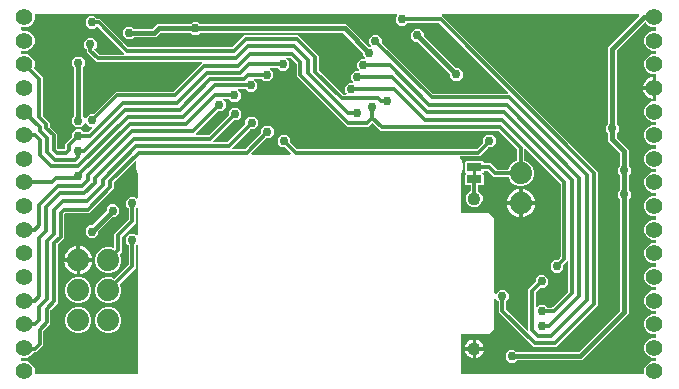
<source format=gbr>
G04 EAGLE Gerber RS-274X export*
G75*
%MOMM*%
%FSLAX34Y34*%
%LPD*%
%INBottom Copper*%
%IPPOS*%
%AMOC8*
5,1,8,0,0,1.08239X$1,22.5*%
G01*
%ADD10C,1.408000*%
%ADD11C,1.879600*%
%ADD12C,1.108000*%
%ADD13R,1.270000X0.660400*%
%ADD14C,0.756400*%
%ADD15C,0.304800*%
%ADD16C,0.406400*%

G36*
X536954Y10164D02*
X536954Y10164D01*
X536973Y10162D01*
X537075Y10184D01*
X537177Y10200D01*
X537194Y10210D01*
X537214Y10214D01*
X537303Y10267D01*
X537394Y10316D01*
X537408Y10330D01*
X537425Y10340D01*
X537492Y10419D01*
X537564Y10494D01*
X537572Y10512D01*
X537585Y10527D01*
X537624Y10623D01*
X537667Y10717D01*
X537669Y10737D01*
X537677Y10755D01*
X537695Y10922D01*
X537695Y14264D01*
X538999Y17412D01*
X541408Y19821D01*
X544556Y21125D01*
X547078Y21125D01*
X547098Y21128D01*
X547117Y21126D01*
X547219Y21148D01*
X547321Y21164D01*
X547338Y21174D01*
X547358Y21178D01*
X547447Y21231D01*
X547538Y21280D01*
X547552Y21294D01*
X547569Y21304D01*
X547636Y21383D01*
X547707Y21458D01*
X547716Y21476D01*
X547729Y21491D01*
X547768Y21587D01*
X547811Y21681D01*
X547813Y21701D01*
X547821Y21719D01*
X547839Y21886D01*
X547839Y23234D01*
X547836Y23254D01*
X547838Y23273D01*
X547816Y23375D01*
X547799Y23477D01*
X547790Y23494D01*
X547786Y23514D01*
X547733Y23603D01*
X547684Y23694D01*
X547670Y23708D01*
X547660Y23725D01*
X547581Y23792D01*
X547506Y23864D01*
X547488Y23872D01*
X547473Y23885D01*
X547377Y23924D01*
X547283Y23967D01*
X547263Y23969D01*
X547245Y23977D01*
X547078Y23995D01*
X544556Y23995D01*
X541408Y25299D01*
X538999Y27708D01*
X537695Y30856D01*
X537695Y34264D01*
X538999Y37412D01*
X541408Y39821D01*
X544556Y41125D01*
X547078Y41125D01*
X547098Y41128D01*
X547117Y41126D01*
X547219Y41148D01*
X547321Y41164D01*
X547338Y41174D01*
X547358Y41178D01*
X547447Y41231D01*
X547538Y41280D01*
X547552Y41294D01*
X547569Y41304D01*
X547636Y41383D01*
X547707Y41458D01*
X547716Y41476D01*
X547729Y41491D01*
X547768Y41587D01*
X547811Y41681D01*
X547813Y41701D01*
X547821Y41719D01*
X547839Y41886D01*
X547839Y43234D01*
X547836Y43254D01*
X547838Y43273D01*
X547816Y43375D01*
X547799Y43477D01*
X547790Y43494D01*
X547786Y43514D01*
X547733Y43603D01*
X547684Y43694D01*
X547670Y43708D01*
X547660Y43725D01*
X547581Y43792D01*
X547506Y43864D01*
X547488Y43872D01*
X547473Y43885D01*
X547377Y43924D01*
X547283Y43967D01*
X547263Y43969D01*
X547245Y43977D01*
X547078Y43995D01*
X544556Y43995D01*
X541408Y45299D01*
X538999Y47708D01*
X537695Y50856D01*
X537695Y54264D01*
X538999Y57412D01*
X541408Y59821D01*
X544556Y61125D01*
X547078Y61125D01*
X547098Y61128D01*
X547117Y61126D01*
X547219Y61148D01*
X547321Y61164D01*
X547338Y61174D01*
X547358Y61178D01*
X547447Y61231D01*
X547538Y61280D01*
X547552Y61294D01*
X547569Y61304D01*
X547636Y61383D01*
X547707Y61458D01*
X547716Y61476D01*
X547729Y61491D01*
X547768Y61587D01*
X547811Y61681D01*
X547813Y61701D01*
X547821Y61719D01*
X547839Y61886D01*
X547839Y63234D01*
X547836Y63254D01*
X547838Y63273D01*
X547816Y63375D01*
X547799Y63477D01*
X547790Y63494D01*
X547786Y63514D01*
X547733Y63603D01*
X547684Y63694D01*
X547670Y63708D01*
X547660Y63725D01*
X547581Y63792D01*
X547506Y63864D01*
X547488Y63872D01*
X547473Y63885D01*
X547377Y63924D01*
X547283Y63967D01*
X547263Y63969D01*
X547245Y63977D01*
X547078Y63995D01*
X544556Y63995D01*
X541408Y65299D01*
X538999Y67708D01*
X537695Y70856D01*
X537695Y74264D01*
X538999Y77412D01*
X541408Y79821D01*
X544556Y81125D01*
X547078Y81125D01*
X547098Y81128D01*
X547117Y81126D01*
X547219Y81148D01*
X547321Y81164D01*
X547338Y81174D01*
X547358Y81178D01*
X547447Y81231D01*
X547538Y81280D01*
X547552Y81294D01*
X547569Y81304D01*
X547636Y81383D01*
X547707Y81458D01*
X547716Y81476D01*
X547729Y81491D01*
X547768Y81587D01*
X547811Y81681D01*
X547813Y81701D01*
X547821Y81719D01*
X547839Y81886D01*
X547839Y83234D01*
X547836Y83254D01*
X547838Y83273D01*
X547816Y83375D01*
X547799Y83477D01*
X547790Y83494D01*
X547786Y83514D01*
X547733Y83603D01*
X547684Y83694D01*
X547670Y83708D01*
X547660Y83725D01*
X547581Y83792D01*
X547506Y83864D01*
X547488Y83872D01*
X547473Y83885D01*
X547377Y83924D01*
X547283Y83967D01*
X547263Y83969D01*
X547245Y83977D01*
X547078Y83995D01*
X544556Y83995D01*
X541408Y85299D01*
X538999Y87708D01*
X537695Y90856D01*
X537695Y94264D01*
X538999Y97412D01*
X541408Y99821D01*
X544556Y101125D01*
X547078Y101125D01*
X547098Y101128D01*
X547117Y101126D01*
X547219Y101148D01*
X547321Y101164D01*
X547338Y101174D01*
X547358Y101178D01*
X547447Y101231D01*
X547538Y101280D01*
X547552Y101294D01*
X547569Y101304D01*
X547636Y101383D01*
X547707Y101458D01*
X547716Y101476D01*
X547729Y101491D01*
X547768Y101587D01*
X547811Y101681D01*
X547813Y101701D01*
X547821Y101719D01*
X547839Y101886D01*
X547839Y103234D01*
X547836Y103254D01*
X547838Y103273D01*
X547816Y103375D01*
X547799Y103477D01*
X547790Y103494D01*
X547786Y103514D01*
X547733Y103603D01*
X547684Y103694D01*
X547670Y103708D01*
X547660Y103725D01*
X547581Y103792D01*
X547506Y103864D01*
X547488Y103872D01*
X547473Y103885D01*
X547377Y103924D01*
X547283Y103967D01*
X547263Y103969D01*
X547245Y103977D01*
X547078Y103995D01*
X544556Y103995D01*
X541408Y105299D01*
X538999Y107708D01*
X537695Y110856D01*
X537695Y114264D01*
X538999Y117412D01*
X541408Y119821D01*
X544556Y121125D01*
X547078Y121125D01*
X547098Y121128D01*
X547117Y121126D01*
X547219Y121148D01*
X547321Y121164D01*
X547338Y121174D01*
X547358Y121178D01*
X547447Y121231D01*
X547538Y121280D01*
X547552Y121294D01*
X547569Y121304D01*
X547636Y121383D01*
X547707Y121458D01*
X547716Y121476D01*
X547729Y121491D01*
X547768Y121587D01*
X547811Y121681D01*
X547813Y121701D01*
X547821Y121719D01*
X547839Y121886D01*
X547839Y123234D01*
X547836Y123254D01*
X547838Y123273D01*
X547816Y123375D01*
X547799Y123477D01*
X547790Y123494D01*
X547786Y123514D01*
X547733Y123603D01*
X547684Y123694D01*
X547670Y123708D01*
X547660Y123725D01*
X547581Y123792D01*
X547506Y123864D01*
X547488Y123872D01*
X547473Y123885D01*
X547377Y123924D01*
X547283Y123967D01*
X547263Y123969D01*
X547245Y123977D01*
X547078Y123995D01*
X544556Y123995D01*
X541408Y125299D01*
X538999Y127708D01*
X537695Y130856D01*
X537695Y134264D01*
X538999Y137412D01*
X541408Y139821D01*
X544556Y141125D01*
X547078Y141125D01*
X547098Y141128D01*
X547117Y141126D01*
X547219Y141148D01*
X547321Y141164D01*
X547338Y141174D01*
X547358Y141178D01*
X547447Y141231D01*
X547538Y141280D01*
X547552Y141294D01*
X547569Y141304D01*
X547636Y141383D01*
X547707Y141458D01*
X547716Y141476D01*
X547729Y141491D01*
X547768Y141587D01*
X547811Y141681D01*
X547813Y141701D01*
X547821Y141719D01*
X547839Y141886D01*
X547839Y143234D01*
X547836Y143254D01*
X547838Y143273D01*
X547816Y143375D01*
X547799Y143477D01*
X547790Y143494D01*
X547786Y143514D01*
X547733Y143603D01*
X547684Y143694D01*
X547670Y143708D01*
X547660Y143725D01*
X547581Y143792D01*
X547506Y143864D01*
X547488Y143872D01*
X547473Y143885D01*
X547377Y143924D01*
X547283Y143967D01*
X547263Y143969D01*
X547245Y143977D01*
X547078Y143995D01*
X544556Y143995D01*
X541408Y145299D01*
X538999Y147708D01*
X537695Y150856D01*
X537695Y154264D01*
X538999Y157412D01*
X541408Y159821D01*
X544556Y161125D01*
X547078Y161125D01*
X547098Y161128D01*
X547117Y161126D01*
X547219Y161148D01*
X547321Y161164D01*
X547338Y161174D01*
X547358Y161178D01*
X547447Y161231D01*
X547538Y161280D01*
X547552Y161294D01*
X547569Y161304D01*
X547636Y161383D01*
X547707Y161458D01*
X547716Y161476D01*
X547729Y161491D01*
X547768Y161587D01*
X547811Y161681D01*
X547813Y161701D01*
X547821Y161719D01*
X547839Y161886D01*
X547839Y163234D01*
X547836Y163254D01*
X547838Y163273D01*
X547816Y163375D01*
X547799Y163477D01*
X547790Y163494D01*
X547786Y163514D01*
X547733Y163603D01*
X547684Y163694D01*
X547670Y163708D01*
X547660Y163725D01*
X547581Y163792D01*
X547506Y163864D01*
X547488Y163872D01*
X547473Y163885D01*
X547377Y163924D01*
X547283Y163967D01*
X547263Y163969D01*
X547245Y163977D01*
X547078Y163995D01*
X544556Y163995D01*
X541408Y165299D01*
X538999Y167708D01*
X537695Y170856D01*
X537695Y174264D01*
X538999Y177412D01*
X541408Y179821D01*
X544556Y181125D01*
X547078Y181125D01*
X547098Y181128D01*
X547117Y181126D01*
X547219Y181148D01*
X547321Y181164D01*
X547338Y181174D01*
X547358Y181178D01*
X547447Y181231D01*
X547538Y181280D01*
X547552Y181294D01*
X547569Y181304D01*
X547636Y181383D01*
X547707Y181458D01*
X547716Y181476D01*
X547729Y181491D01*
X547768Y181587D01*
X547811Y181681D01*
X547813Y181701D01*
X547821Y181719D01*
X547839Y181886D01*
X547839Y183234D01*
X547836Y183254D01*
X547838Y183273D01*
X547816Y183375D01*
X547799Y183477D01*
X547790Y183494D01*
X547786Y183514D01*
X547733Y183603D01*
X547684Y183694D01*
X547670Y183708D01*
X547660Y183725D01*
X547581Y183792D01*
X547506Y183864D01*
X547488Y183872D01*
X547473Y183885D01*
X547377Y183924D01*
X547283Y183967D01*
X547263Y183969D01*
X547245Y183977D01*
X547078Y183995D01*
X544556Y183995D01*
X541408Y185299D01*
X538999Y187708D01*
X537695Y190856D01*
X537695Y194264D01*
X538999Y197412D01*
X541408Y199821D01*
X544556Y201125D01*
X547078Y201125D01*
X547098Y201128D01*
X547117Y201126D01*
X547219Y201148D01*
X547321Y201164D01*
X547338Y201174D01*
X547358Y201178D01*
X547447Y201231D01*
X547538Y201280D01*
X547552Y201294D01*
X547569Y201304D01*
X547636Y201383D01*
X547707Y201458D01*
X547716Y201476D01*
X547729Y201491D01*
X547768Y201587D01*
X547811Y201681D01*
X547813Y201701D01*
X547821Y201719D01*
X547839Y201886D01*
X547839Y203234D01*
X547836Y203254D01*
X547838Y203273D01*
X547816Y203375D01*
X547799Y203477D01*
X547790Y203494D01*
X547786Y203514D01*
X547733Y203603D01*
X547684Y203694D01*
X547670Y203708D01*
X547660Y203725D01*
X547581Y203792D01*
X547506Y203864D01*
X547488Y203872D01*
X547473Y203885D01*
X547377Y203924D01*
X547283Y203967D01*
X547263Y203969D01*
X547245Y203977D01*
X547078Y203995D01*
X544556Y203995D01*
X541408Y205299D01*
X538999Y207708D01*
X537695Y210856D01*
X537695Y214264D01*
X538999Y217412D01*
X541408Y219821D01*
X544556Y221125D01*
X547078Y221125D01*
X547098Y221128D01*
X547117Y221126D01*
X547219Y221148D01*
X547321Y221164D01*
X547338Y221174D01*
X547358Y221178D01*
X547447Y221231D01*
X547538Y221280D01*
X547552Y221294D01*
X547569Y221304D01*
X547636Y221383D01*
X547707Y221458D01*
X547716Y221476D01*
X547729Y221491D01*
X547768Y221587D01*
X547811Y221681D01*
X547813Y221701D01*
X547821Y221719D01*
X547839Y221886D01*
X547839Y223234D01*
X547836Y223254D01*
X547838Y223273D01*
X547816Y223375D01*
X547799Y223477D01*
X547790Y223494D01*
X547786Y223514D01*
X547733Y223603D01*
X547684Y223694D01*
X547670Y223708D01*
X547660Y223725D01*
X547581Y223792D01*
X547506Y223864D01*
X547488Y223872D01*
X547473Y223885D01*
X547377Y223924D01*
X547283Y223967D01*
X547263Y223969D01*
X547245Y223977D01*
X547078Y223995D01*
X544556Y223995D01*
X541408Y225299D01*
X538999Y227708D01*
X537695Y230856D01*
X537695Y234264D01*
X538999Y237412D01*
X541408Y239821D01*
X544556Y241125D01*
X547078Y241125D01*
X547098Y241128D01*
X547117Y241126D01*
X547219Y241148D01*
X547321Y241164D01*
X547338Y241174D01*
X547358Y241178D01*
X547447Y241231D01*
X547538Y241280D01*
X547552Y241294D01*
X547569Y241304D01*
X547636Y241383D01*
X547707Y241458D01*
X547716Y241476D01*
X547729Y241491D01*
X547768Y241587D01*
X547811Y241681D01*
X547813Y241701D01*
X547821Y241719D01*
X547839Y241886D01*
X547839Y242219D01*
X547834Y242253D01*
X547834Y242257D01*
X547829Y242283D01*
X547826Y242300D01*
X547822Y242382D01*
X547806Y242420D01*
X547799Y242461D01*
X547783Y242492D01*
X547783Y251798D01*
X547780Y251818D01*
X547782Y251837D01*
X547760Y251939D01*
X547743Y252041D01*
X547734Y252058D01*
X547730Y252078D01*
X547677Y252167D01*
X547628Y252258D01*
X547614Y252272D01*
X547604Y252289D01*
X547525Y252356D01*
X547450Y252427D01*
X547432Y252436D01*
X547417Y252449D01*
X547321Y252487D01*
X547227Y252531D01*
X547207Y252533D01*
X547189Y252541D01*
X547022Y252559D01*
X546259Y252559D01*
X546259Y252561D01*
X547022Y252561D01*
X547042Y252564D01*
X547061Y252562D01*
X547163Y252584D01*
X547265Y252601D01*
X547282Y252610D01*
X547302Y252614D01*
X547391Y252667D01*
X547482Y252716D01*
X547496Y252730D01*
X547513Y252740D01*
X547580Y252819D01*
X547651Y252894D01*
X547660Y252912D01*
X547673Y252927D01*
X547712Y253023D01*
X547755Y253117D01*
X547757Y253137D01*
X547765Y253155D01*
X547783Y253322D01*
X547783Y262634D01*
X547790Y262658D01*
X547795Y262672D01*
X547807Y262697D01*
X547808Y262702D01*
X547821Y262735D01*
X547827Y262789D01*
X547834Y262816D01*
X547833Y262845D01*
X547839Y262901D01*
X547839Y263234D01*
X547836Y263254D01*
X547838Y263273D01*
X547816Y263375D01*
X547799Y263477D01*
X547790Y263494D01*
X547786Y263514D01*
X547733Y263603D01*
X547684Y263694D01*
X547670Y263708D01*
X547660Y263725D01*
X547581Y263792D01*
X547506Y263864D01*
X547488Y263872D01*
X547473Y263885D01*
X547377Y263924D01*
X547283Y263967D01*
X547263Y263969D01*
X547245Y263977D01*
X547078Y263995D01*
X544556Y263995D01*
X541408Y265299D01*
X538999Y267708D01*
X537695Y270856D01*
X537695Y274264D01*
X538999Y277412D01*
X541408Y279821D01*
X544556Y281125D01*
X547078Y281125D01*
X547098Y281128D01*
X547117Y281126D01*
X547219Y281148D01*
X547321Y281164D01*
X547338Y281174D01*
X547358Y281178D01*
X547447Y281231D01*
X547538Y281280D01*
X547552Y281294D01*
X547569Y281304D01*
X547636Y281383D01*
X547707Y281458D01*
X547716Y281476D01*
X547729Y281491D01*
X547768Y281587D01*
X547811Y281681D01*
X547813Y281701D01*
X547821Y281719D01*
X547839Y281886D01*
X547839Y283234D01*
X547836Y283254D01*
X547838Y283273D01*
X547816Y283375D01*
X547799Y283477D01*
X547790Y283494D01*
X547786Y283514D01*
X547733Y283603D01*
X547684Y283694D01*
X547670Y283708D01*
X547660Y283725D01*
X547581Y283792D01*
X547506Y283864D01*
X547488Y283872D01*
X547473Y283885D01*
X547377Y283924D01*
X547283Y283967D01*
X547263Y283969D01*
X547245Y283977D01*
X547078Y283995D01*
X544556Y283995D01*
X541408Y285299D01*
X538999Y287708D01*
X537695Y290856D01*
X537695Y294264D01*
X538999Y297412D01*
X541408Y299821D01*
X544556Y301125D01*
X547078Y301125D01*
X547098Y301128D01*
X547117Y301126D01*
X547219Y301148D01*
X547321Y301164D01*
X547338Y301174D01*
X547358Y301178D01*
X547447Y301231D01*
X547538Y301280D01*
X547552Y301294D01*
X547569Y301304D01*
X547636Y301383D01*
X547707Y301458D01*
X547716Y301476D01*
X547729Y301491D01*
X547768Y301587D01*
X547811Y301681D01*
X547813Y301701D01*
X547821Y301719D01*
X547839Y301886D01*
X547839Y303234D01*
X547836Y303254D01*
X547838Y303273D01*
X547816Y303375D01*
X547799Y303477D01*
X547790Y303494D01*
X547786Y303514D01*
X547733Y303603D01*
X547684Y303694D01*
X547670Y303708D01*
X547660Y303725D01*
X547581Y303792D01*
X547506Y303864D01*
X547488Y303872D01*
X547473Y303885D01*
X547377Y303924D01*
X547283Y303967D01*
X547263Y303969D01*
X547245Y303977D01*
X547078Y303995D01*
X544556Y303995D01*
X541408Y305299D01*
X538986Y307722D01*
X538970Y307764D01*
X538922Y307825D01*
X538881Y307891D01*
X538845Y307920D01*
X538817Y307956D01*
X538751Y307998D01*
X538691Y308047D01*
X538648Y308064D01*
X538610Y308089D01*
X538534Y308108D01*
X538462Y308136D01*
X538416Y308138D01*
X538371Y308149D01*
X538294Y308143D01*
X538216Y308146D01*
X538172Y308133D01*
X538126Y308130D01*
X538055Y308099D01*
X537980Y308078D01*
X537942Y308052D01*
X537900Y308034D01*
X537793Y307948D01*
X537778Y307938D01*
X537775Y307933D01*
X537769Y307929D01*
X514320Y284480D01*
X514267Y284406D01*
X514207Y284336D01*
X514195Y284306D01*
X514176Y284280D01*
X514149Y284193D01*
X514115Y284108D01*
X514111Y284067D01*
X514104Y284045D01*
X514105Y284013D01*
X514097Y283941D01*
X514097Y222703D01*
X514111Y222613D01*
X514119Y222522D01*
X514131Y222493D01*
X514136Y222461D01*
X514179Y222380D01*
X514215Y222296D01*
X514241Y222264D01*
X514252Y222243D01*
X514275Y222221D01*
X514320Y222165D01*
X515847Y220638D01*
X515847Y216242D01*
X514320Y214715D01*
X514275Y214653D01*
X514228Y214604D01*
X514221Y214588D01*
X514207Y214571D01*
X514195Y214541D01*
X514176Y214515D01*
X514154Y214444D01*
X514125Y214381D01*
X514123Y214362D01*
X514115Y214343D01*
X514111Y214302D01*
X514104Y214280D01*
X514105Y214248D01*
X514097Y214177D01*
X514097Y210704D01*
X514111Y210613D01*
X514119Y210523D01*
X514131Y210493D01*
X514136Y210461D01*
X514179Y210380D01*
X514215Y210296D01*
X514241Y210264D01*
X514252Y210243D01*
X514275Y210221D01*
X514320Y210165D01*
X524257Y200228D01*
X524257Y187143D01*
X524271Y187053D01*
X524279Y186962D01*
X524291Y186933D01*
X524296Y186901D01*
X524339Y186820D01*
X524375Y186736D01*
X524401Y186704D01*
X524412Y186683D01*
X524435Y186661D01*
X524480Y186605D01*
X526007Y185078D01*
X526007Y180682D01*
X524480Y179155D01*
X524427Y179081D01*
X524367Y179011D01*
X524355Y178981D01*
X524336Y178955D01*
X524309Y178868D01*
X524275Y178783D01*
X524271Y178742D01*
X524264Y178720D01*
X524265Y178688D01*
X524257Y178617D01*
X524257Y166823D01*
X524271Y166733D01*
X524279Y166642D01*
X524291Y166613D01*
X524296Y166581D01*
X524339Y166500D01*
X524375Y166416D01*
X524401Y166384D01*
X524412Y166363D01*
X524435Y166341D01*
X524480Y166285D01*
X526007Y164758D01*
X526007Y160362D01*
X524480Y158835D01*
X524427Y158761D01*
X524367Y158691D01*
X524355Y158661D01*
X524336Y158635D01*
X524309Y158548D01*
X524275Y158463D01*
X524271Y158422D01*
X524264Y158400D01*
X524265Y158368D01*
X524257Y158297D01*
X524257Y61192D01*
X484908Y21843D01*
X429713Y21843D01*
X429623Y21829D01*
X429532Y21821D01*
X429503Y21809D01*
X429471Y21804D01*
X429390Y21761D01*
X429306Y21725D01*
X429274Y21699D01*
X429253Y21688D01*
X429231Y21665D01*
X429175Y21620D01*
X427648Y20093D01*
X423252Y20093D01*
X420143Y23202D01*
X420143Y27598D01*
X423252Y30707D01*
X427648Y30707D01*
X429175Y29180D01*
X429249Y29127D01*
X429319Y29067D01*
X429349Y29055D01*
X429375Y29036D01*
X429462Y29009D01*
X429547Y28975D01*
X429588Y28971D01*
X429610Y28964D01*
X429642Y28965D01*
X429713Y28957D01*
X481646Y28957D01*
X481736Y28971D01*
X481827Y28979D01*
X481856Y28991D01*
X481888Y28996D01*
X481969Y29039D01*
X482053Y29075D01*
X482085Y29101D01*
X482106Y29112D01*
X482128Y29135D01*
X482184Y29180D01*
X516920Y63916D01*
X516973Y63990D01*
X517033Y64059D01*
X517045Y64090D01*
X517064Y64116D01*
X517091Y64203D01*
X517125Y64288D01*
X517129Y64329D01*
X517136Y64351D01*
X517135Y64383D01*
X517143Y64454D01*
X517143Y158297D01*
X517129Y158387D01*
X517121Y158478D01*
X517109Y158507D01*
X517104Y158539D01*
X517061Y158620D01*
X517025Y158704D01*
X516999Y158736D01*
X516988Y158757D01*
X516965Y158779D01*
X516920Y158835D01*
X515393Y160362D01*
X515393Y164758D01*
X516920Y166285D01*
X516973Y166359D01*
X517033Y166429D01*
X517045Y166459D01*
X517064Y166485D01*
X517091Y166572D01*
X517125Y166657D01*
X517129Y166698D01*
X517136Y166720D01*
X517135Y166752D01*
X517143Y166823D01*
X517143Y178617D01*
X517129Y178707D01*
X517121Y178798D01*
X517109Y178827D01*
X517104Y178859D01*
X517061Y178940D01*
X517025Y179024D01*
X516999Y179056D01*
X516988Y179077D01*
X516965Y179099D01*
X516920Y179155D01*
X515393Y180682D01*
X515393Y185078D01*
X516920Y186605D01*
X516973Y186679D01*
X517033Y186749D01*
X517045Y186779D01*
X517064Y186805D01*
X517091Y186892D01*
X517125Y186977D01*
X517129Y187018D01*
X517136Y187040D01*
X517135Y187072D01*
X517143Y187143D01*
X517143Y196966D01*
X517129Y197057D01*
X517121Y197147D01*
X517109Y197177D01*
X517104Y197209D01*
X517061Y197290D01*
X517025Y197374D01*
X516999Y197406D01*
X516988Y197427D01*
X516965Y197449D01*
X516920Y197505D01*
X506983Y207442D01*
X506983Y214177D01*
X506980Y214196D01*
X506982Y214215D01*
X506967Y214285D01*
X506961Y214358D01*
X506949Y214387D01*
X506944Y214419D01*
X506934Y214437D01*
X506930Y214456D01*
X506894Y214515D01*
X506865Y214584D01*
X506839Y214616D01*
X506828Y214637D01*
X506813Y214651D01*
X506804Y214667D01*
X506788Y214680D01*
X506760Y214715D01*
X505233Y216242D01*
X505233Y220638D01*
X506760Y222165D01*
X506813Y222239D01*
X506873Y222309D01*
X506885Y222339D01*
X506904Y222365D01*
X506931Y222452D01*
X506965Y222537D01*
X506969Y222578D01*
X506976Y222600D01*
X506975Y222632D01*
X506983Y222703D01*
X506983Y287203D01*
X509290Y289510D01*
X533320Y313540D01*
X533362Y313598D01*
X533411Y313650D01*
X533433Y313697D01*
X533463Y313740D01*
X533484Y313808D01*
X533515Y313873D01*
X533520Y313925D01*
X533536Y313975D01*
X533534Y314046D01*
X533542Y314118D01*
X533531Y314168D01*
X533529Y314221D01*
X533505Y314288D01*
X533490Y314358D01*
X533463Y314403D01*
X533445Y314452D01*
X533400Y314508D01*
X533363Y314569D01*
X533324Y314603D01*
X533291Y314644D01*
X533231Y314682D01*
X533176Y314729D01*
X533128Y314748D01*
X533084Y314777D01*
X533015Y314794D01*
X532948Y314821D01*
X532877Y314829D01*
X532846Y314837D01*
X532823Y314835D01*
X532782Y314839D01*
X366950Y314839D01*
X366879Y314828D01*
X366808Y314826D01*
X366759Y314808D01*
X366707Y314800D01*
X366644Y314766D01*
X366577Y314741D01*
X366536Y314709D01*
X366490Y314685D01*
X366441Y314633D01*
X366385Y314588D01*
X366356Y314544D01*
X366320Y314506D01*
X366290Y314441D01*
X366252Y314381D01*
X366239Y314330D01*
X366217Y314283D01*
X366209Y314212D01*
X366191Y314142D01*
X366196Y314090D01*
X366190Y314039D01*
X366205Y313969D01*
X366211Y313897D01*
X366231Y313849D01*
X366242Y313798D01*
X366279Y313737D01*
X366307Y313671D01*
X366352Y313615D01*
X366368Y313587D01*
X366386Y313572D01*
X366412Y313540D01*
X498349Y181603D01*
X498349Y68587D01*
X462908Y33146D01*
X443872Y33146D01*
X414301Y62717D01*
X414301Y71429D01*
X414287Y71519D01*
X414279Y71610D01*
X414267Y71639D01*
X414262Y71671D01*
X414219Y71752D01*
X414183Y71836D01*
X414157Y71868D01*
X414146Y71889D01*
X414123Y71911D01*
X414078Y71967D01*
X412018Y74027D01*
X411960Y74069D01*
X411908Y74118D01*
X411861Y74140D01*
X411819Y74170D01*
X411750Y74191D01*
X411685Y74222D01*
X411633Y74227D01*
X411583Y74243D01*
X411512Y74241D01*
X411441Y74249D01*
X411390Y74238D01*
X411338Y74236D01*
X411270Y74212D01*
X411200Y74197D01*
X411156Y74170D01*
X411107Y74152D01*
X411051Y74107D01*
X410989Y74070D01*
X410955Y74031D01*
X410915Y73998D01*
X410876Y73938D01*
X410829Y73883D01*
X410810Y73835D01*
X410782Y73791D01*
X410764Y73722D01*
X410737Y73655D01*
X410729Y73584D01*
X410721Y73553D01*
X410723Y73530D01*
X410719Y73489D01*
X410719Y48575D01*
X406085Y43941D01*
X382922Y43941D01*
X382902Y43938D01*
X382883Y43940D01*
X382781Y43918D01*
X382679Y43901D01*
X382662Y43892D01*
X382642Y43888D01*
X382553Y43835D01*
X382462Y43786D01*
X382448Y43772D01*
X382431Y43762D01*
X382364Y43683D01*
X382293Y43608D01*
X382284Y43590D01*
X382271Y43575D01*
X382232Y43479D01*
X382189Y43385D01*
X382187Y43365D01*
X382179Y43347D01*
X382161Y43180D01*
X382161Y10922D01*
X382164Y10902D01*
X382162Y10883D01*
X382184Y10781D01*
X382201Y10679D01*
X382210Y10662D01*
X382214Y10642D01*
X382267Y10553D01*
X382316Y10462D01*
X382330Y10448D01*
X382340Y10431D01*
X382419Y10364D01*
X382494Y10292D01*
X382512Y10284D01*
X382527Y10271D01*
X382623Y10232D01*
X382717Y10189D01*
X382737Y10187D01*
X382755Y10179D01*
X382922Y10161D01*
X536934Y10161D01*
X536954Y10164D01*
G37*
G36*
X46137Y200548D02*
X46137Y200548D01*
X46228Y200556D01*
X46258Y200568D01*
X46290Y200573D01*
X46370Y200616D01*
X46454Y200652D01*
X46486Y200678D01*
X46507Y200689D01*
X46529Y200712D01*
X46585Y200757D01*
X47048Y201220D01*
X47101Y201294D01*
X47161Y201363D01*
X47173Y201393D01*
X47192Y201420D01*
X47219Y201507D01*
X47253Y201591D01*
X47257Y201632D01*
X47264Y201655D01*
X47263Y201687D01*
X47271Y201758D01*
X47271Y205387D01*
X52890Y211006D01*
X52943Y211080D01*
X53003Y211149D01*
X53015Y211180D01*
X53034Y211206D01*
X53061Y211293D01*
X53095Y211378D01*
X53099Y211419D01*
X53106Y211441D01*
X53105Y211473D01*
X53113Y211544D01*
X53113Y214288D01*
X56222Y217397D01*
X60618Y217397D01*
X62653Y215362D01*
X62727Y215309D01*
X62797Y215249D01*
X62827Y215237D01*
X62853Y215218D01*
X62940Y215191D01*
X63025Y215157D01*
X63066Y215153D01*
X63088Y215146D01*
X63120Y215147D01*
X63191Y215139D01*
X66358Y215139D01*
X66448Y215153D01*
X66539Y215161D01*
X66569Y215173D01*
X66601Y215178D01*
X66681Y215221D01*
X66765Y215257D01*
X66798Y215283D01*
X66818Y215294D01*
X66840Y215317D01*
X66896Y215362D01*
X69969Y218434D01*
X70011Y218492D01*
X70060Y218544D01*
X70082Y218592D01*
X70112Y218634D01*
X70133Y218702D01*
X70164Y218767D01*
X70169Y218819D01*
X70185Y218869D01*
X70183Y218941D01*
X70191Y219012D01*
X70180Y219063D01*
X70178Y219115D01*
X70154Y219182D01*
X70138Y219252D01*
X70112Y219297D01*
X70094Y219346D01*
X70049Y219402D01*
X70012Y219463D01*
X69973Y219497D01*
X69940Y219538D01*
X69880Y219577D01*
X69825Y219623D01*
X69777Y219643D01*
X69733Y219671D01*
X69664Y219688D01*
X69597Y219715D01*
X69526Y219723D01*
X69495Y219731D01*
X69471Y219729D01*
X69431Y219734D01*
X68036Y219734D01*
X64991Y222779D01*
X64975Y222791D01*
X64962Y222807D01*
X64875Y222863D01*
X64791Y222923D01*
X64772Y222929D01*
X64755Y222940D01*
X64655Y222965D01*
X64556Y222995D01*
X64536Y222995D01*
X64517Y223000D01*
X64414Y222992D01*
X64310Y222989D01*
X64291Y222982D01*
X64271Y222980D01*
X64177Y222940D01*
X64079Y222904D01*
X64063Y222892D01*
X64045Y222884D01*
X63914Y222779D01*
X60618Y219483D01*
X56222Y219483D01*
X53113Y222592D01*
X53113Y226988D01*
X54640Y228515D01*
X54693Y228589D01*
X54753Y228659D01*
X54765Y228689D01*
X54784Y228715D01*
X54811Y228802D01*
X54845Y228887D01*
X54849Y228928D01*
X54856Y228950D01*
X54855Y228982D01*
X54863Y229053D01*
X54863Y269422D01*
X54849Y269512D01*
X54841Y269603D01*
X54829Y269632D01*
X54824Y269664D01*
X54781Y269745D01*
X54745Y269829D01*
X54719Y269861D01*
X54708Y269882D01*
X54685Y269904D01*
X54640Y269960D01*
X53113Y271487D01*
X53113Y275883D01*
X56222Y278992D01*
X60618Y278992D01*
X63727Y275883D01*
X63727Y271487D01*
X62200Y269960D01*
X62147Y269886D01*
X62087Y269816D01*
X62075Y269786D01*
X62056Y269760D01*
X62029Y269673D01*
X61995Y269588D01*
X61991Y269547D01*
X61984Y269525D01*
X61985Y269493D01*
X61977Y269422D01*
X61977Y229053D01*
X61991Y228963D01*
X61999Y228872D01*
X62011Y228843D01*
X62016Y228811D01*
X62059Y228730D01*
X62095Y228646D01*
X62121Y228614D01*
X62132Y228593D01*
X62155Y228571D01*
X62200Y228515D01*
X63664Y227051D01*
X63680Y227039D01*
X63692Y227024D01*
X63780Y226968D01*
X63863Y226908D01*
X63882Y226902D01*
X63899Y226891D01*
X64000Y226866D01*
X64099Y226835D01*
X64119Y226836D01*
X64138Y226831D01*
X64241Y226839D01*
X64344Y226842D01*
X64363Y226848D01*
X64383Y226850D01*
X64478Y226890D01*
X64575Y226926D01*
X64591Y226939D01*
X64609Y226946D01*
X64740Y227051D01*
X68036Y230347D01*
X70914Y230347D01*
X71004Y230362D01*
X71095Y230369D01*
X71125Y230382D01*
X71157Y230387D01*
X71238Y230430D01*
X71322Y230465D01*
X71354Y230491D01*
X71375Y230502D01*
X71397Y230525D01*
X71453Y230570D01*
X90311Y249429D01*
X138757Y249429D01*
X138847Y249443D01*
X138938Y249451D01*
X138968Y249463D01*
X139000Y249468D01*
X139080Y249511D01*
X139164Y249547D01*
X139196Y249573D01*
X139217Y249584D01*
X139239Y249607D01*
X139295Y249652D01*
X162790Y273147D01*
X162832Y273205D01*
X162881Y273257D01*
X162903Y273304D01*
X162934Y273346D01*
X162955Y273415D01*
X162985Y273480D01*
X162991Y273532D01*
X163006Y273582D01*
X163004Y273653D01*
X163012Y273724D01*
X163001Y273775D01*
X163000Y273827D01*
X162975Y273895D01*
X162960Y273965D01*
X162933Y274010D01*
X162915Y274058D01*
X162870Y274114D01*
X162834Y274176D01*
X162794Y274210D01*
X162762Y274250D01*
X162701Y274289D01*
X162647Y274336D01*
X162598Y274355D01*
X162555Y274383D01*
X162485Y274401D01*
X162419Y274428D01*
X162347Y274436D01*
X162316Y274444D01*
X162293Y274442D01*
X162252Y274446D01*
X73667Y274446D01*
X65531Y282582D01*
X65531Y284789D01*
X65517Y284879D01*
X65509Y284970D01*
X65497Y284999D01*
X65492Y285031D01*
X65449Y285112D01*
X65413Y285196D01*
X65387Y285228D01*
X65376Y285249D01*
X65353Y285271D01*
X65308Y285327D01*
X63273Y287362D01*
X63273Y291758D01*
X66382Y294867D01*
X70778Y294867D01*
X73887Y291758D01*
X73887Y287362D01*
X72169Y285644D01*
X72157Y285628D01*
X72142Y285616D01*
X72086Y285528D01*
X72025Y285444D01*
X72020Y285425D01*
X72009Y285409D01*
X71984Y285308D01*
X71953Y285209D01*
X71954Y285189D01*
X71949Y285170D01*
X71957Y285067D01*
X71959Y284963D01*
X71966Y284945D01*
X71968Y284925D01*
X72008Y284830D01*
X72044Y284732D01*
X72056Y284717D01*
X72064Y284699D01*
X72169Y284568D01*
X75970Y280767D01*
X76044Y280714D01*
X76113Y280654D01*
X76143Y280642D01*
X76170Y280623D01*
X76257Y280596D01*
X76341Y280562D01*
X76382Y280558D01*
X76405Y280551D01*
X76437Y280552D01*
X76508Y280544D01*
X96847Y280544D01*
X96918Y280555D01*
X96989Y280557D01*
X97038Y280575D01*
X97090Y280583D01*
X97153Y280617D01*
X97220Y280642D01*
X97261Y280674D01*
X97307Y280699D01*
X97356Y280751D01*
X97412Y280795D01*
X97441Y280839D01*
X97476Y280877D01*
X97507Y280942D01*
X97545Y281002D01*
X97558Y281053D01*
X97580Y281100D01*
X97588Y281171D01*
X97605Y281241D01*
X97601Y281293D01*
X97607Y281344D01*
X97592Y281415D01*
X97586Y281486D01*
X97566Y281534D01*
X97555Y281585D01*
X97518Y281646D01*
X97490Y281712D01*
X97445Y281768D01*
X97429Y281796D01*
X97411Y281811D01*
X97385Y281843D01*
X96423Y282805D01*
X74842Y304386D01*
X74826Y304398D01*
X74814Y304413D01*
X74726Y304469D01*
X74643Y304530D01*
X74624Y304535D01*
X74607Y304546D01*
X74506Y304572D01*
X74408Y304602D01*
X74388Y304601D01*
X74368Y304606D01*
X74265Y304598D01*
X74162Y304596D01*
X74143Y304589D01*
X74123Y304587D01*
X74028Y304547D01*
X73931Y304511D01*
X73915Y304499D01*
X73897Y304491D01*
X73766Y304386D01*
X72048Y302668D01*
X67652Y302668D01*
X64543Y305777D01*
X64543Y310173D01*
X67652Y313282D01*
X72048Y313282D01*
X74083Y311247D01*
X74157Y311194D01*
X74227Y311134D01*
X74257Y311122D01*
X74283Y311103D01*
X74370Y311076D01*
X74455Y311042D01*
X74496Y311038D01*
X74518Y311031D01*
X74550Y311032D01*
X74621Y311024D01*
X76828Y311024D01*
X100735Y287117D01*
X100809Y287064D01*
X100878Y287004D01*
X100908Y286992D01*
X100935Y286973D01*
X101022Y286946D01*
X101106Y286912D01*
X101147Y286908D01*
X101170Y286901D01*
X101202Y286902D01*
X101273Y286894D01*
X188287Y286894D01*
X188377Y286908D01*
X188468Y286916D01*
X188498Y286928D01*
X188530Y286933D01*
X188610Y286976D01*
X188694Y287012D01*
X188726Y287038D01*
X188747Y287049D01*
X188769Y287072D01*
X188825Y287117D01*
X196753Y295045D01*
X198762Y297054D01*
X244468Y297054D01*
X261811Y279710D01*
X261811Y267961D01*
X261826Y267871D01*
X261833Y267780D01*
X261846Y267750D01*
X261851Y267718D01*
X261894Y267637D01*
X261929Y267553D01*
X261955Y267521D01*
X261966Y267501D01*
X261989Y267478D01*
X262034Y267422D01*
X282345Y247112D01*
X282419Y247059D01*
X282488Y246999D01*
X282518Y246987D01*
X282545Y246968D01*
X282632Y246941D01*
X282716Y246907D01*
X282757Y246903D01*
X282780Y246896D01*
X282812Y246897D01*
X282883Y246889D01*
X284789Y246889D01*
X284859Y246900D01*
X284931Y246902D01*
X284980Y246920D01*
X285031Y246928D01*
X285095Y246962D01*
X285162Y246987D01*
X285203Y247019D01*
X285249Y247044D01*
X285298Y247096D01*
X285354Y247140D01*
X285382Y247184D01*
X285418Y247222D01*
X285448Y247287D01*
X285487Y247347D01*
X285500Y247398D01*
X285522Y247445D01*
X285530Y247516D01*
X285547Y247586D01*
X285543Y247638D01*
X285549Y247689D01*
X285534Y247760D01*
X285528Y247831D01*
X285508Y247879D01*
X285497Y247930D01*
X285460Y247991D01*
X285432Y248057D01*
X285387Y248113D01*
X285370Y248141D01*
X285353Y248156D01*
X285350Y248162D01*
X285345Y248166D01*
X285327Y248188D01*
X284253Y249262D01*
X284253Y253658D01*
X287362Y256767D01*
X290151Y256767D01*
X290221Y256778D01*
X290293Y256780D01*
X290342Y256798D01*
X290393Y256806D01*
X290457Y256840D01*
X290524Y256865D01*
X290565Y256897D01*
X290611Y256922D01*
X290660Y256974D01*
X290716Y257018D01*
X290744Y257062D01*
X290780Y257100D01*
X290810Y257165D01*
X290849Y257225D01*
X290862Y257276D01*
X290884Y257323D01*
X290892Y257394D01*
X290909Y257464D01*
X290905Y257516D01*
X290911Y257567D01*
X290896Y257638D01*
X290890Y257709D01*
X290870Y257757D01*
X290859Y257808D01*
X290822Y257869D01*
X290794Y257935D01*
X290749Y257991D01*
X290732Y258019D01*
X290715Y258034D01*
X290689Y258066D01*
X289333Y259422D01*
X289333Y263818D01*
X292442Y266927D01*
X295231Y266927D01*
X295301Y266938D01*
X295373Y266940D01*
X295422Y266958D01*
X295473Y266966D01*
X295537Y267000D01*
X295604Y267025D01*
X295645Y267057D01*
X295691Y267082D01*
X295740Y267134D01*
X295796Y267178D01*
X295824Y267222D01*
X295860Y267260D01*
X295890Y267325D01*
X295929Y267385D01*
X295942Y267436D01*
X295964Y267483D01*
X295972Y267554D01*
X295989Y267624D01*
X295985Y267676D01*
X295991Y267727D01*
X295976Y267798D01*
X295970Y267869D01*
X295950Y267917D01*
X295939Y267968D01*
X295902Y268029D01*
X295874Y268095D01*
X295829Y268151D01*
X295812Y268179D01*
X295795Y268194D01*
X295769Y268226D01*
X294413Y269582D01*
X294413Y273978D01*
X297522Y277087D01*
X300311Y277087D01*
X300381Y277098D01*
X300453Y277100D01*
X300502Y277118D01*
X300553Y277126D01*
X300617Y277160D01*
X300684Y277185D01*
X300725Y277217D01*
X300771Y277242D01*
X300820Y277294D01*
X300876Y277338D01*
X300904Y277382D01*
X300940Y277420D01*
X300970Y277485D01*
X301009Y277545D01*
X301022Y277596D01*
X301044Y277643D01*
X301052Y277714D01*
X301069Y277784D01*
X301065Y277836D01*
X301071Y277887D01*
X301056Y277958D01*
X301050Y278029D01*
X301030Y278077D01*
X301019Y278128D01*
X300982Y278189D01*
X300954Y278255D01*
X300909Y278311D01*
X300892Y278339D01*
X300875Y278354D01*
X300849Y278386D01*
X299493Y279742D01*
X299493Y281901D01*
X299479Y281992D01*
X299471Y282082D01*
X299459Y282112D01*
X299454Y282144D01*
X299411Y282225D01*
X299375Y282309D01*
X299349Y282341D01*
X299338Y282362D01*
X299315Y282384D01*
X299290Y282416D01*
X299288Y282418D01*
X299287Y282419D01*
X299270Y282440D01*
X282595Y299115D01*
X282521Y299168D01*
X282451Y299228D01*
X282421Y299240D01*
X282395Y299259D01*
X282308Y299286D01*
X282223Y299320D01*
X282182Y299324D01*
X282160Y299331D01*
X282128Y299330D01*
X282056Y299338D01*
X161743Y299338D01*
X161653Y299324D01*
X161562Y299316D01*
X161533Y299304D01*
X161501Y299299D01*
X161420Y299256D01*
X161336Y299220D01*
X161304Y299194D01*
X161283Y299183D01*
X161261Y299160D01*
X161205Y299115D01*
X159678Y297588D01*
X155282Y297588D01*
X153755Y299115D01*
X153681Y299168D01*
X153611Y299228D01*
X153581Y299240D01*
X153555Y299259D01*
X153468Y299286D01*
X153383Y299320D01*
X153342Y299324D01*
X153320Y299331D01*
X153288Y299330D01*
X153217Y299338D01*
X128154Y299338D01*
X128063Y299324D01*
X127973Y299316D01*
X127943Y299304D01*
X127911Y299299D01*
X127830Y299256D01*
X127746Y299220D01*
X127714Y299194D01*
X127693Y299183D01*
X127671Y299160D01*
X127615Y299115D01*
X126335Y297835D01*
X124028Y295528D01*
X105863Y295528D01*
X105773Y295514D01*
X105682Y295506D01*
X105653Y295494D01*
X105621Y295489D01*
X105540Y295446D01*
X105456Y295410D01*
X105424Y295384D01*
X105403Y295373D01*
X105381Y295350D01*
X105325Y295305D01*
X103798Y293778D01*
X99402Y293778D01*
X96293Y296887D01*
X96293Y301283D01*
X99402Y304392D01*
X103798Y304392D01*
X105325Y302865D01*
X105399Y302812D01*
X105469Y302752D01*
X105499Y302740D01*
X105525Y302721D01*
X105612Y302694D01*
X105697Y302660D01*
X105738Y302656D01*
X105760Y302649D01*
X105792Y302650D01*
X105863Y302642D01*
X120766Y302642D01*
X120857Y302656D01*
X120947Y302664D01*
X120977Y302676D01*
X121009Y302681D01*
X121090Y302724D01*
X121174Y302760D01*
X121206Y302786D01*
X121227Y302797D01*
X121249Y302820D01*
X121305Y302865D01*
X122585Y304145D01*
X124892Y306452D01*
X153217Y306452D01*
X153307Y306466D01*
X153398Y306474D01*
X153427Y306486D01*
X153459Y306491D01*
X153540Y306534D01*
X153624Y306570D01*
X153656Y306596D01*
X153677Y306607D01*
X153699Y306630D01*
X153755Y306675D01*
X155282Y308202D01*
X159678Y308202D01*
X161205Y306675D01*
X161279Y306622D01*
X161349Y306562D01*
X161379Y306550D01*
X161405Y306531D01*
X161492Y306504D01*
X161577Y306470D01*
X161618Y306466D01*
X161640Y306459D01*
X161672Y306460D01*
X161743Y306452D01*
X285318Y306452D01*
X287625Y304145D01*
X304300Y287470D01*
X304374Y287417D01*
X304444Y287357D01*
X304474Y287345D01*
X304500Y287326D01*
X304587Y287299D01*
X304672Y287265D01*
X304713Y287261D01*
X304735Y287254D01*
X304767Y287255D01*
X304839Y287247D01*
X305391Y287247D01*
X305461Y287258D01*
X305533Y287260D01*
X305582Y287278D01*
X305633Y287286D01*
X305697Y287320D01*
X305764Y287345D01*
X305805Y287377D01*
X305851Y287402D01*
X305900Y287454D01*
X305956Y287498D01*
X305984Y287542D01*
X306020Y287580D01*
X306050Y287645D01*
X306089Y287705D01*
X306102Y287756D01*
X306124Y287803D01*
X306132Y287874D01*
X306149Y287944D01*
X306145Y287996D01*
X306151Y288047D01*
X306136Y288118D01*
X306130Y288189D01*
X306110Y288237D01*
X306099Y288288D01*
X306062Y288349D01*
X306034Y288415D01*
X305989Y288471D01*
X305972Y288499D01*
X305965Y288505D01*
X305963Y288508D01*
X305951Y288518D01*
X305929Y288546D01*
X304573Y289902D01*
X304573Y294298D01*
X307682Y297407D01*
X312078Y297407D01*
X315187Y294298D01*
X315187Y291420D01*
X315201Y291330D01*
X315209Y291239D01*
X315221Y291209D01*
X315226Y291177D01*
X315269Y291097D01*
X315305Y291013D01*
X315331Y290981D01*
X315342Y290960D01*
X315365Y290938D01*
X315410Y290882D01*
X358545Y247747D01*
X358619Y247694D01*
X358688Y247634D01*
X358718Y247622D01*
X358745Y247603D01*
X358832Y247576D01*
X358916Y247542D01*
X358957Y247538D01*
X358980Y247531D01*
X359012Y247532D01*
X359083Y247524D01*
X421967Y247524D01*
X422038Y247535D01*
X422109Y247537D01*
X422158Y247555D01*
X422210Y247563D01*
X422273Y247597D01*
X422340Y247622D01*
X422381Y247654D01*
X422427Y247679D01*
X422476Y247731D01*
X422532Y247775D01*
X422561Y247819D01*
X422596Y247857D01*
X422627Y247922D01*
X422665Y247982D01*
X422678Y248033D01*
X422700Y248080D01*
X422708Y248151D01*
X422725Y248221D01*
X422721Y248273D01*
X422727Y248324D01*
X422712Y248395D01*
X422706Y248466D01*
X422686Y248514D01*
X422675Y248565D01*
X422638Y248626D01*
X422610Y248692D01*
X422565Y248748D01*
X422549Y248776D01*
X422531Y248791D01*
X422505Y248823D01*
X364085Y307243D01*
X364011Y307296D01*
X363942Y307356D01*
X363912Y307368D01*
X363885Y307387D01*
X363798Y307414D01*
X363714Y307448D01*
X363673Y307452D01*
X363650Y307459D01*
X363618Y307458D01*
X363547Y307466D01*
X337511Y307466D01*
X337421Y307452D01*
X337330Y307444D01*
X337301Y307432D01*
X337269Y307427D01*
X337188Y307384D01*
X337104Y307348D01*
X337072Y307322D01*
X337051Y307311D01*
X337029Y307288D01*
X336973Y307243D01*
X334938Y305208D01*
X330542Y305208D01*
X327433Y308317D01*
X327433Y312713D01*
X328260Y313540D01*
X328302Y313598D01*
X328351Y313650D01*
X328373Y313697D01*
X328404Y313740D01*
X328425Y313808D01*
X328455Y313873D01*
X328461Y313925D01*
X328476Y313975D01*
X328474Y314046D01*
X328482Y314118D01*
X328471Y314168D01*
X328470Y314221D01*
X328445Y314288D01*
X328430Y314358D01*
X328403Y314403D01*
X328385Y314452D01*
X328340Y314508D01*
X328304Y314569D01*
X328264Y314603D01*
X328231Y314644D01*
X328171Y314682D01*
X328117Y314729D01*
X328068Y314748D01*
X328024Y314777D01*
X327955Y314794D01*
X327888Y314821D01*
X327817Y314829D01*
X327786Y314837D01*
X327763Y314835D01*
X327722Y314839D01*
X22186Y314839D01*
X22166Y314836D01*
X22147Y314838D01*
X22045Y314816D01*
X21943Y314800D01*
X21926Y314790D01*
X21906Y314786D01*
X21817Y314733D01*
X21726Y314685D01*
X21712Y314670D01*
X21695Y314660D01*
X21628Y314581D01*
X21556Y314506D01*
X21548Y314488D01*
X21535Y314473D01*
X21496Y314377D01*
X21453Y314283D01*
X21451Y314263D01*
X21443Y314245D01*
X21425Y314078D01*
X21425Y310856D01*
X20121Y307708D01*
X17712Y305299D01*
X14564Y303995D01*
X11140Y303995D01*
X11127Y304002D01*
X11050Y304010D01*
X10974Y304028D01*
X10928Y304024D01*
X10883Y304029D01*
X10807Y304012D01*
X10729Y304005D01*
X10687Y303986D01*
X10642Y303976D01*
X10575Y303936D01*
X10504Y303905D01*
X10470Y303874D01*
X10431Y303850D01*
X10381Y303791D01*
X10323Y303738D01*
X10301Y303698D01*
X10271Y303663D01*
X10242Y303591D01*
X10205Y303523D01*
X10196Y303478D01*
X10179Y303435D01*
X10164Y303300D01*
X10161Y303281D01*
X10162Y303276D01*
X10161Y303268D01*
X10161Y301852D01*
X10168Y301806D01*
X10166Y301760D01*
X10188Y301686D01*
X10200Y301609D01*
X10222Y301568D01*
X10235Y301524D01*
X10279Y301460D01*
X10316Y301391D01*
X10349Y301360D01*
X10375Y301322D01*
X10438Y301276D01*
X10494Y301222D01*
X10536Y301203D01*
X10573Y301175D01*
X10646Y301151D01*
X10717Y301118D01*
X10763Y301113D01*
X10806Y301099D01*
X10884Y301100D01*
X10961Y301091D01*
X11006Y301101D01*
X11052Y301102D01*
X11132Y301125D01*
X14564Y301125D01*
X17712Y299821D01*
X20121Y297412D01*
X21425Y294264D01*
X21425Y290856D01*
X20121Y287708D01*
X17712Y285299D01*
X14564Y283995D01*
X11140Y283995D01*
X11127Y284002D01*
X11050Y284010D01*
X10974Y284028D01*
X10928Y284024D01*
X10883Y284029D01*
X10807Y284012D01*
X10729Y284005D01*
X10687Y283986D01*
X10642Y283976D01*
X10575Y283936D01*
X10504Y283905D01*
X10470Y283874D01*
X10431Y283850D01*
X10381Y283791D01*
X10323Y283738D01*
X10301Y283698D01*
X10271Y283663D01*
X10242Y283591D01*
X10205Y283523D01*
X10196Y283478D01*
X10179Y283435D01*
X10164Y283300D01*
X10161Y283281D01*
X10162Y283276D01*
X10161Y283268D01*
X10161Y281852D01*
X10168Y281806D01*
X10166Y281760D01*
X10188Y281686D01*
X10200Y281609D01*
X10222Y281568D01*
X10235Y281524D01*
X10279Y281460D01*
X10316Y281391D01*
X10349Y281360D01*
X10375Y281322D01*
X10438Y281276D01*
X10494Y281222D01*
X10536Y281203D01*
X10573Y281175D01*
X10646Y281151D01*
X10717Y281118D01*
X10763Y281113D01*
X10806Y281099D01*
X10884Y281100D01*
X10961Y281091D01*
X11006Y281101D01*
X11052Y281102D01*
X11132Y281125D01*
X14564Y281125D01*
X17712Y279821D01*
X20121Y277412D01*
X21425Y274264D01*
X21425Y270856D01*
X20873Y269523D01*
X20846Y269410D01*
X20817Y269296D01*
X20818Y269290D01*
X20816Y269284D01*
X20827Y269167D01*
X20837Y269051D01*
X20839Y269045D01*
X20840Y269039D01*
X20887Y268932D01*
X20933Y268825D01*
X20938Y268819D01*
X20940Y268814D01*
X20952Y268801D01*
X21038Y268694D01*
X26440Y263292D01*
X28449Y261283D01*
X28449Y229543D01*
X28463Y229453D01*
X28471Y229362D01*
X28483Y229332D01*
X28488Y229300D01*
X28531Y229220D01*
X28567Y229136D01*
X28593Y229104D01*
X28604Y229083D01*
X28627Y229061D01*
X28672Y229005D01*
X34481Y223195D01*
X34481Y219932D01*
X34496Y219842D01*
X34503Y219751D01*
X34516Y219722D01*
X34521Y219690D01*
X34564Y219609D01*
X34599Y219525D01*
X34625Y219493D01*
X34636Y219472D01*
X34659Y219450D01*
X34704Y219394D01*
X40514Y213584D01*
X40514Y201603D01*
X40528Y201513D01*
X40536Y201422D01*
X40548Y201392D01*
X40553Y201360D01*
X40596Y201280D01*
X40632Y201196D01*
X40658Y201164D01*
X40669Y201143D01*
X40692Y201121D01*
X40737Y201065D01*
X41045Y200757D01*
X41119Y200704D01*
X41188Y200644D01*
X41218Y200632D01*
X41245Y200613D01*
X41332Y200586D01*
X41416Y200552D01*
X41457Y200548D01*
X41480Y200541D01*
X41512Y200542D01*
X41583Y200534D01*
X46047Y200534D01*
X46137Y200548D01*
G37*
G36*
X438875Y47184D02*
X438875Y47184D01*
X438927Y47185D01*
X438995Y47210D01*
X439065Y47225D01*
X439110Y47252D01*
X439158Y47270D01*
X439214Y47315D01*
X439276Y47351D01*
X439310Y47391D01*
X439350Y47423D01*
X439389Y47484D01*
X439436Y47538D01*
X439455Y47587D01*
X439483Y47630D01*
X439501Y47700D01*
X439528Y47766D01*
X439536Y47838D01*
X439544Y47869D01*
X439542Y47892D01*
X439546Y47933D01*
X439546Y81908D01*
X445320Y87682D01*
X445373Y87756D01*
X445433Y87825D01*
X445445Y87855D01*
X445464Y87882D01*
X445491Y87969D01*
X445525Y88053D01*
X445529Y88094D01*
X445536Y88117D01*
X445535Y88149D01*
X445543Y88220D01*
X445543Y91098D01*
X448652Y94207D01*
X453048Y94207D01*
X456157Y91098D01*
X456157Y86702D01*
X453048Y83593D01*
X450170Y83593D01*
X450080Y83579D01*
X449989Y83571D01*
X449959Y83559D01*
X449927Y83554D01*
X449847Y83511D01*
X449763Y83475D01*
X449731Y83449D01*
X449710Y83438D01*
X449688Y83415D01*
X449632Y83370D01*
X445867Y79605D01*
X445814Y79531D01*
X445754Y79462D01*
X445742Y79432D01*
X445723Y79405D01*
X445696Y79318D01*
X445662Y79234D01*
X445658Y79193D01*
X445651Y79170D01*
X445652Y79138D01*
X445644Y79067D01*
X445644Y67636D01*
X445655Y67566D01*
X445657Y67494D01*
X445675Y67445D01*
X445683Y67394D01*
X445717Y67330D01*
X445742Y67263D01*
X445774Y67222D01*
X445799Y67176D01*
X445851Y67127D01*
X445895Y67071D01*
X445939Y67043D01*
X445977Y67007D01*
X446042Y66977D01*
X446102Y66938D01*
X446153Y66925D01*
X446200Y66903D01*
X446271Y66895D01*
X446341Y66878D01*
X446393Y66882D01*
X446444Y66876D01*
X446515Y66891D01*
X446586Y66897D01*
X446634Y66917D01*
X446685Y66928D01*
X446746Y66965D01*
X446812Y66993D01*
X446868Y67038D01*
X446896Y67055D01*
X446911Y67072D01*
X446943Y67098D01*
X448652Y68807D01*
X453048Y68807D01*
X455083Y66772D01*
X455157Y66719D01*
X455227Y66659D01*
X455257Y66647D01*
X455283Y66628D01*
X455370Y66601D01*
X455455Y66567D01*
X455496Y66563D01*
X455518Y66556D01*
X455550Y66557D01*
X455621Y66549D01*
X459432Y66549D01*
X459522Y66563D01*
X459613Y66571D01*
X459643Y66583D01*
X459675Y66588D01*
X459755Y66631D01*
X459839Y66667D01*
X459871Y66693D01*
X459892Y66704D01*
X459914Y66727D01*
X459970Y66772D01*
X472978Y79780D01*
X473031Y79854D01*
X473091Y79923D01*
X473103Y79953D01*
X473122Y79980D01*
X473149Y80067D01*
X473183Y80151D01*
X473187Y80192D01*
X473194Y80215D01*
X473193Y80247D01*
X473201Y80318D01*
X473201Y105102D01*
X473190Y105173D01*
X473188Y105244D01*
X473170Y105293D01*
X473162Y105345D01*
X473128Y105408D01*
X473103Y105475D01*
X473071Y105516D01*
X473046Y105562D01*
X472994Y105611D01*
X472950Y105667D01*
X472906Y105696D01*
X472868Y105731D01*
X472803Y105762D01*
X472743Y105800D01*
X472692Y105813D01*
X472645Y105835D01*
X472574Y105843D01*
X472504Y105860D01*
X472452Y105856D01*
X472401Y105862D01*
X472330Y105847D01*
X472259Y105841D01*
X472211Y105821D01*
X472160Y105810D01*
X472099Y105773D01*
X472033Y105745D01*
X471977Y105700D01*
X471949Y105684D01*
X471934Y105666D01*
X471902Y105640D01*
X469080Y102818D01*
X469027Y102744D01*
X468992Y102704D01*
X468988Y102700D01*
X468988Y102699D01*
X468967Y102675D01*
X468955Y102645D01*
X468936Y102618D01*
X468909Y102531D01*
X468905Y102519D01*
X468885Y102477D01*
X468884Y102468D01*
X468875Y102447D01*
X468871Y102406D01*
X468864Y102383D01*
X468865Y102351D01*
X468857Y102280D01*
X468857Y99402D01*
X465748Y96293D01*
X461352Y96293D01*
X458243Y99402D01*
X458243Y103798D01*
X461352Y106907D01*
X464230Y106907D01*
X464320Y106921D01*
X464411Y106929D01*
X464441Y106941D01*
X464473Y106946D01*
X464553Y106989D01*
X464637Y107025D01*
X464669Y107051D01*
X464690Y107062D01*
X464712Y107085D01*
X464768Y107130D01*
X466628Y108990D01*
X466681Y109064D01*
X466741Y109133D01*
X466753Y109163D01*
X466772Y109190D01*
X466799Y109277D01*
X466833Y109361D01*
X466837Y109402D01*
X466844Y109425D01*
X466843Y109457D01*
X466851Y109528D01*
X466851Y171142D01*
X466837Y171232D01*
X466829Y171323D01*
X466817Y171353D01*
X466812Y171385D01*
X466769Y171465D01*
X466733Y171549D01*
X466707Y171581D01*
X466696Y171602D01*
X466673Y171624D01*
X466628Y171680D01*
X437418Y200890D01*
X437360Y200932D01*
X437308Y200981D01*
X437261Y201003D01*
X437219Y201034D01*
X437150Y201055D01*
X437085Y201085D01*
X437033Y201091D01*
X436983Y201106D01*
X436912Y201104D01*
X436841Y201112D01*
X436790Y201101D01*
X436738Y201100D01*
X436670Y201075D01*
X436600Y201060D01*
X436555Y201033D01*
X436507Y201015D01*
X436451Y200970D01*
X436389Y200934D01*
X436355Y200894D01*
X436315Y200862D01*
X436276Y200801D01*
X436229Y200747D01*
X436210Y200698D01*
X436182Y200655D01*
X436164Y200585D01*
X436137Y200519D01*
X436129Y200447D01*
X436121Y200416D01*
X436123Y200393D01*
X436119Y200352D01*
X436119Y191408D01*
X436138Y191294D01*
X436155Y191178D01*
X436157Y191172D01*
X436158Y191166D01*
X436213Y191063D01*
X436266Y190958D01*
X436271Y190954D01*
X436274Y190948D01*
X436358Y190869D01*
X436442Y190786D01*
X436448Y190782D01*
X436452Y190779D01*
X436469Y190771D01*
X436589Y190705D01*
X439257Y189600D01*
X442330Y186527D01*
X443993Y182513D01*
X443993Y178167D01*
X442330Y174153D01*
X439257Y171080D01*
X435243Y169417D01*
X430897Y169417D01*
X426883Y171080D01*
X423810Y174153D01*
X422705Y176821D01*
X422643Y176921D01*
X422583Y177021D01*
X422578Y177025D01*
X422575Y177030D01*
X422486Y177105D01*
X422396Y177181D01*
X422390Y177183D01*
X422386Y177187D01*
X422278Y177229D01*
X422168Y177273D01*
X422161Y177274D01*
X422156Y177275D01*
X422138Y177276D01*
X422001Y177291D01*
X410217Y177291D01*
X405233Y182275D01*
X405159Y182328D01*
X405090Y182388D01*
X405060Y182400D01*
X405033Y182419D01*
X404946Y182446D01*
X404862Y182480D01*
X404821Y182484D01*
X404798Y182491D01*
X404766Y182490D01*
X404695Y182498D01*
X402336Y182498D01*
X402316Y182495D01*
X402297Y182497D01*
X402195Y182475D01*
X402093Y182459D01*
X402076Y182449D01*
X402056Y182445D01*
X401967Y182392D01*
X401876Y182343D01*
X401862Y182329D01*
X401845Y182319D01*
X401778Y182240D01*
X401706Y182165D01*
X401698Y182147D01*
X401685Y182132D01*
X401646Y182036D01*
X401603Y181942D01*
X401601Y181922D01*
X401593Y181904D01*
X401575Y181737D01*
X401575Y181613D01*
X400840Y180878D01*
X400828Y180862D01*
X400812Y180850D01*
X400756Y180762D01*
X400696Y180679D01*
X400690Y180660D01*
X400679Y180643D01*
X400654Y180542D01*
X400624Y180443D01*
X400624Y180424D01*
X400619Y180404D01*
X400627Y180301D01*
X400630Y180198D01*
X400637Y180179D01*
X400638Y180159D01*
X400679Y180064D01*
X400714Y179967D01*
X400727Y179951D01*
X400735Y179933D01*
X400840Y179802D01*
X401575Y179067D01*
X401575Y171199D01*
X400682Y170306D01*
X397510Y170306D01*
X397490Y170303D01*
X397471Y170305D01*
X397369Y170283D01*
X397267Y170267D01*
X397250Y170257D01*
X397230Y170253D01*
X397141Y170200D01*
X397050Y170151D01*
X397036Y170137D01*
X397019Y170127D01*
X396952Y170048D01*
X396880Y169973D01*
X396872Y169955D01*
X396859Y169940D01*
X396820Y169844D01*
X396777Y169750D01*
X396775Y169730D01*
X396767Y169712D01*
X396749Y169545D01*
X396749Y165643D01*
X396768Y165527D01*
X396785Y165412D01*
X396787Y165406D01*
X396788Y165400D01*
X396843Y165297D01*
X396896Y165192D01*
X396901Y165188D01*
X396904Y165183D01*
X396988Y165103D01*
X397072Y165020D01*
X397078Y165017D01*
X397082Y165013D01*
X397099Y165005D01*
X397219Y164939D01*
X397702Y164739D01*
X399689Y162752D01*
X400765Y160155D01*
X400765Y157345D01*
X399689Y154748D01*
X397702Y152761D01*
X395105Y151685D01*
X392295Y151685D01*
X389698Y152761D01*
X387711Y154748D01*
X386635Y157345D01*
X386635Y160155D01*
X387711Y162752D01*
X389698Y164739D01*
X390181Y164939D01*
X390281Y165001D01*
X390381Y165061D01*
X390385Y165066D01*
X390390Y165069D01*
X390465Y165159D01*
X390541Y165248D01*
X390543Y165254D01*
X390547Y165258D01*
X390589Y165366D01*
X390633Y165476D01*
X390634Y165483D01*
X390635Y165488D01*
X390636Y165506D01*
X390651Y165643D01*
X390651Y169545D01*
X390648Y169565D01*
X390650Y169584D01*
X390628Y169686D01*
X390612Y169788D01*
X390602Y169805D01*
X390598Y169825D01*
X390545Y169914D01*
X390496Y170005D01*
X390482Y170019D01*
X390472Y170036D01*
X390393Y170103D01*
X390318Y170175D01*
X390300Y170183D01*
X390285Y170196D01*
X390189Y170235D01*
X390095Y170278D01*
X390075Y170280D01*
X390057Y170288D01*
X389890Y170306D01*
X386718Y170306D01*
X385825Y171199D01*
X385825Y179067D01*
X386560Y179802D01*
X386572Y179818D01*
X386588Y179830D01*
X386644Y179918D01*
X386704Y180001D01*
X386710Y180020D01*
X386721Y180037D01*
X386746Y180138D01*
X386776Y180237D01*
X386776Y180256D01*
X386781Y180276D01*
X386773Y180379D01*
X386770Y180482D01*
X386763Y180501D01*
X386762Y180521D01*
X386721Y180616D01*
X386686Y180713D01*
X386673Y180729D01*
X386665Y180747D01*
X386560Y180878D01*
X385825Y181613D01*
X385825Y189481D01*
X386718Y190374D01*
X400682Y190374D01*
X401575Y189481D01*
X401575Y189357D01*
X401578Y189337D01*
X401576Y189318D01*
X401598Y189216D01*
X401614Y189114D01*
X401624Y189097D01*
X401628Y189077D01*
X401681Y188988D01*
X401730Y188897D01*
X401744Y188883D01*
X401754Y188866D01*
X401833Y188799D01*
X401908Y188727D01*
X401926Y188719D01*
X401941Y188706D01*
X402037Y188667D01*
X402131Y188624D01*
X402151Y188622D01*
X402169Y188614D01*
X402336Y188596D01*
X407536Y188596D01*
X412520Y183612D01*
X412594Y183559D01*
X412663Y183499D01*
X412693Y183487D01*
X412720Y183468D01*
X412807Y183441D01*
X412891Y183407D01*
X412932Y183403D01*
X412955Y183396D01*
X412987Y183397D01*
X413058Y183389D01*
X422001Y183389D01*
X422116Y183408D01*
X422232Y183425D01*
X422238Y183427D01*
X422244Y183428D01*
X422347Y183483D01*
X422452Y183536D01*
X422456Y183541D01*
X422462Y183544D01*
X422541Y183628D01*
X422624Y183712D01*
X422628Y183718D01*
X422631Y183722D01*
X422639Y183739D01*
X422705Y183859D01*
X423810Y186527D01*
X426883Y189600D01*
X429551Y190705D01*
X429651Y190767D01*
X429751Y190827D01*
X429755Y190831D01*
X429760Y190835D01*
X429835Y190925D01*
X429911Y191014D01*
X429913Y191019D01*
X429917Y191024D01*
X429959Y191133D01*
X430003Y191242D01*
X430004Y191249D01*
X430005Y191254D01*
X430006Y191272D01*
X430021Y191408D01*
X430021Y199717D01*
X430018Y199735D01*
X430020Y199751D01*
X430006Y199819D01*
X429999Y199898D01*
X429987Y199928D01*
X429982Y199960D01*
X429970Y199981D01*
X429968Y199992D01*
X429938Y200041D01*
X429903Y200124D01*
X429877Y200156D01*
X429866Y200177D01*
X429845Y200197D01*
X429842Y200203D01*
X429836Y200208D01*
X429798Y200255D01*
X414250Y215803D01*
X414176Y215856D01*
X414107Y215916D01*
X414077Y215928D01*
X414050Y215947D01*
X413963Y215974D01*
X413879Y216008D01*
X413838Y216012D01*
X413815Y216019D01*
X413783Y216018D01*
X413712Y216026D01*
X314332Y216026D01*
X312323Y218035D01*
X307878Y222480D01*
X307862Y222492D01*
X307850Y222507D01*
X307762Y222563D01*
X307679Y222624D01*
X307660Y222630D01*
X307643Y222640D01*
X307542Y222666D01*
X307443Y222696D01*
X307424Y222696D01*
X307404Y222700D01*
X307301Y222692D01*
X307198Y222690D01*
X307179Y222683D01*
X307159Y222681D01*
X307064Y222641D01*
X306967Y222605D01*
X306951Y222593D01*
X306933Y222585D01*
X306802Y222480D01*
X304158Y219836D01*
X285757Y219836D01*
X243331Y262262D01*
X243331Y272742D01*
X243317Y272832D01*
X243309Y272923D01*
X243297Y272953D01*
X243292Y272985D01*
X243249Y273065D01*
X243213Y273149D01*
X243187Y273181D01*
X243176Y273202D01*
X243153Y273224D01*
X243108Y273280D01*
X238355Y278033D01*
X238281Y278086D01*
X238212Y278146D01*
X238182Y278158D01*
X238155Y278177D01*
X238068Y278204D01*
X237984Y278238D01*
X237943Y278242D01*
X237920Y278249D01*
X237888Y278248D01*
X237817Y278256D01*
X235276Y278256D01*
X235206Y278245D01*
X235134Y278243D01*
X235085Y278225D01*
X235034Y278217D01*
X234970Y278183D01*
X234903Y278158D01*
X234862Y278126D01*
X234816Y278101D01*
X234767Y278049D01*
X234711Y278005D01*
X234683Y277961D01*
X234647Y277923D01*
X234617Y277858D01*
X234578Y277798D01*
X234565Y277747D01*
X234543Y277700D01*
X234535Y277629D01*
X234518Y277559D01*
X234522Y277507D01*
X234516Y277456D01*
X234531Y277385D01*
X234537Y277314D01*
X234557Y277266D01*
X234568Y277215D01*
X234605Y277154D01*
X234633Y277088D01*
X234678Y277032D01*
X234695Y277004D01*
X234712Y276989D01*
X234738Y276957D01*
X237082Y274613D01*
X237082Y270217D01*
X233973Y267108D01*
X229577Y267108D01*
X227397Y269288D01*
X227323Y269341D01*
X227253Y269401D01*
X227223Y269413D01*
X227197Y269432D01*
X227110Y269459D01*
X227025Y269493D01*
X226984Y269497D01*
X226962Y269504D01*
X226930Y269503D01*
X226859Y269511D01*
X221161Y269511D01*
X221091Y269500D01*
X221019Y269498D01*
X220970Y269480D01*
X220919Y269472D01*
X220855Y269438D01*
X220788Y269413D01*
X220747Y269381D01*
X220701Y269356D01*
X220652Y269304D01*
X220596Y269260D01*
X220568Y269216D01*
X220532Y269178D01*
X220502Y269113D01*
X220463Y269053D01*
X220450Y269002D01*
X220428Y268955D01*
X220420Y268884D01*
X220403Y268814D01*
X220407Y268762D01*
X220401Y268711D01*
X220416Y268640D01*
X220422Y268569D01*
X220442Y268521D01*
X220453Y268470D01*
X220490Y268409D01*
X220518Y268343D01*
X220563Y268287D01*
X220580Y268259D01*
X220597Y268244D01*
X220623Y268212D01*
X223112Y265723D01*
X223112Y261327D01*
X220003Y258218D01*
X215607Y258218D01*
X213727Y260098D01*
X213653Y260151D01*
X213583Y260211D01*
X213553Y260223D01*
X213527Y260242D01*
X213440Y260269D01*
X213355Y260303D01*
X213314Y260307D01*
X213292Y260314D01*
X213260Y260313D01*
X213189Y260321D01*
X208126Y260321D01*
X208056Y260310D01*
X207984Y260308D01*
X207935Y260290D01*
X207884Y260282D01*
X207820Y260248D01*
X207753Y260223D01*
X207712Y260191D01*
X207666Y260166D01*
X207617Y260114D01*
X207561Y260070D01*
X207533Y260026D01*
X207497Y259988D01*
X207467Y259923D01*
X207428Y259863D01*
X207415Y259812D01*
X207393Y259765D01*
X207385Y259694D01*
X207368Y259624D01*
X207372Y259572D01*
X207366Y259521D01*
X207381Y259450D01*
X207387Y259379D01*
X207407Y259331D01*
X207418Y259280D01*
X207455Y259219D01*
X207483Y259153D01*
X207528Y259097D01*
X207545Y259069D01*
X207562Y259054D01*
X207588Y259022D01*
X209777Y256833D01*
X209777Y252437D01*
X206668Y249328D01*
X202272Y249328D01*
X200110Y251490D01*
X200036Y251543D01*
X199966Y251603D01*
X199936Y251615D01*
X199910Y251634D01*
X199823Y251661D01*
X199738Y251695D01*
X199697Y251699D01*
X199675Y251706D01*
X199643Y251705D01*
X199572Y251713D01*
X194509Y251713D01*
X194439Y251702D01*
X194367Y251700D01*
X194318Y251682D01*
X194267Y251674D01*
X194203Y251640D01*
X194136Y251615D01*
X194095Y251583D01*
X194049Y251558D01*
X194000Y251506D01*
X193944Y251462D01*
X193916Y251418D01*
X193880Y251380D01*
X193850Y251315D01*
X193811Y251255D01*
X193798Y251204D01*
X193776Y251157D01*
X193768Y251086D01*
X193751Y251016D01*
X193755Y250964D01*
X193749Y250913D01*
X193764Y250842D01*
X193770Y250771D01*
X193790Y250723D01*
X193801Y250672D01*
X193838Y250611D01*
X193866Y250545D01*
X193911Y250489D01*
X193928Y250461D01*
X193945Y250446D01*
X193971Y250414D01*
X195807Y248578D01*
X195807Y244182D01*
X192698Y241073D01*
X188302Y241073D01*
X186267Y243108D01*
X186193Y243161D01*
X186123Y243221D01*
X186093Y243233D01*
X186067Y243252D01*
X185980Y243279D01*
X185895Y243313D01*
X185854Y243317D01*
X185832Y243324D01*
X185800Y243323D01*
X185729Y243331D01*
X181936Y243331D01*
X181866Y243320D01*
X181794Y243318D01*
X181745Y243300D01*
X181694Y243292D01*
X181630Y243258D01*
X181563Y243233D01*
X181522Y243201D01*
X181476Y243176D01*
X181427Y243124D01*
X181371Y243080D01*
X181343Y243036D01*
X181307Y242998D01*
X181277Y242933D01*
X181238Y242873D01*
X181225Y242822D01*
X181203Y242775D01*
X181195Y242704D01*
X181178Y242634D01*
X181182Y242582D01*
X181176Y242531D01*
X181191Y242460D01*
X181197Y242389D01*
X181217Y242341D01*
X181228Y242290D01*
X181265Y242229D01*
X181293Y242163D01*
X181338Y242107D01*
X181355Y242079D01*
X181372Y242064D01*
X181398Y242032D01*
X183107Y240323D01*
X183107Y235927D01*
X179998Y232818D01*
X177120Y232818D01*
X177030Y232804D01*
X176939Y232796D01*
X176909Y232784D01*
X176877Y232779D01*
X176797Y232736D01*
X176713Y232700D01*
X176681Y232674D01*
X176660Y232663D01*
X176638Y232640D01*
X176582Y232595D01*
X158847Y214860D01*
X157885Y213898D01*
X157843Y213840D01*
X157794Y213788D01*
X157772Y213741D01*
X157741Y213699D01*
X157720Y213630D01*
X157690Y213565D01*
X157684Y213513D01*
X157669Y213463D01*
X157671Y213392D01*
X157663Y213321D01*
X157674Y213270D01*
X157675Y213218D01*
X157700Y213150D01*
X157715Y213080D01*
X157742Y213035D01*
X157760Y212987D01*
X157805Y212931D01*
X157841Y212869D01*
X157881Y212835D01*
X157913Y212795D01*
X157974Y212756D01*
X158028Y212709D01*
X158077Y212690D01*
X158120Y212662D01*
X158190Y212644D01*
X158256Y212617D01*
X158328Y212609D01*
X158359Y212601D01*
X158382Y212603D01*
X158423Y212599D01*
X168602Y212599D01*
X168692Y212613D01*
X168783Y212621D01*
X168813Y212633D01*
X168845Y212638D01*
X168925Y212681D01*
X169009Y212717D01*
X169041Y212743D01*
X169062Y212754D01*
X169084Y212777D01*
X169140Y212822D01*
X185605Y229287D01*
X185658Y229361D01*
X185718Y229430D01*
X185730Y229460D01*
X185749Y229487D01*
X185776Y229574D01*
X185810Y229658D01*
X185814Y229699D01*
X185821Y229722D01*
X185820Y229754D01*
X185828Y229825D01*
X185828Y232703D01*
X188937Y235812D01*
X193333Y235812D01*
X196442Y232703D01*
X196442Y228307D01*
X193333Y225198D01*
X190455Y225198D01*
X190365Y225184D01*
X190274Y225176D01*
X190244Y225164D01*
X190212Y225159D01*
X190132Y225116D01*
X190048Y225080D01*
X190016Y225054D01*
X189995Y225043D01*
X189973Y225020D01*
X189917Y224975D01*
X173452Y208510D01*
X172816Y207874D01*
X172774Y207816D01*
X172725Y207764D01*
X172703Y207717D01*
X172672Y207675D01*
X172651Y207606D01*
X172621Y207541D01*
X172615Y207489D01*
X172600Y207439D01*
X172602Y207368D01*
X172594Y207297D01*
X172605Y207246D01*
X172606Y207194D01*
X172631Y207126D01*
X172646Y207056D01*
X172673Y207011D01*
X172691Y206963D01*
X172736Y206907D01*
X172772Y206845D01*
X172812Y206811D01*
X172844Y206771D01*
X172905Y206732D01*
X172959Y206685D01*
X173008Y206666D01*
X173051Y206638D01*
X173121Y206620D01*
X173187Y206593D01*
X173259Y206585D01*
X173290Y206577D01*
X173313Y206579D01*
X173354Y206575D01*
X184168Y206575D01*
X184258Y206589D01*
X184349Y206597D01*
X184379Y206609D01*
X184411Y206614D01*
X184491Y206657D01*
X184575Y206693D01*
X184607Y206719D01*
X184628Y206730D01*
X184650Y206753D01*
X184706Y206798D01*
X199575Y221667D01*
X199628Y221741D01*
X199688Y221810D01*
X199700Y221840D01*
X199719Y221867D01*
X199746Y221954D01*
X199780Y222038D01*
X199784Y222079D01*
X199791Y222102D01*
X199790Y222134D01*
X199798Y222205D01*
X199798Y225083D01*
X202907Y228192D01*
X207303Y228192D01*
X210412Y225083D01*
X210412Y220687D01*
X207303Y217578D01*
X204425Y217578D01*
X204335Y217564D01*
X204244Y217556D01*
X204214Y217544D01*
X204182Y217539D01*
X204102Y217496D01*
X204018Y217460D01*
X203986Y217434D01*
X203965Y217423D01*
X203943Y217400D01*
X203887Y217355D01*
X189018Y202486D01*
X188564Y202032D01*
X188522Y201974D01*
X188473Y201922D01*
X188451Y201875D01*
X188420Y201833D01*
X188399Y201764D01*
X188369Y201699D01*
X188363Y201647D01*
X188348Y201597D01*
X188350Y201526D01*
X188342Y201455D01*
X188353Y201404D01*
X188354Y201352D01*
X188379Y201284D01*
X188394Y201214D01*
X188421Y201169D01*
X188439Y201121D01*
X188484Y201065D01*
X188520Y201003D01*
X188560Y200969D01*
X188592Y200929D01*
X188653Y200890D01*
X188707Y200843D01*
X188756Y200824D01*
X188799Y200796D01*
X188869Y200778D01*
X188935Y200751D01*
X189007Y200743D01*
X189038Y200735D01*
X189061Y200737D01*
X189102Y200733D01*
X199281Y200733D01*
X199371Y200747D01*
X199462Y200755D01*
X199492Y200767D01*
X199524Y200772D01*
X199604Y200815D01*
X199688Y200851D01*
X199720Y200877D01*
X199741Y200888D01*
X199763Y200911D01*
X199819Y200956D01*
X212910Y214047D01*
X212963Y214121D01*
X213023Y214190D01*
X213035Y214220D01*
X213054Y214247D01*
X213081Y214334D01*
X213115Y214418D01*
X213119Y214459D01*
X213126Y214482D01*
X213125Y214514D01*
X213133Y214585D01*
X213133Y217463D01*
X216242Y220572D01*
X220638Y220572D01*
X223747Y217463D01*
X223747Y213067D01*
X220638Y209958D01*
X217760Y209958D01*
X217670Y209944D01*
X217579Y209936D01*
X217549Y209924D01*
X217517Y209919D01*
X217437Y209876D01*
X217353Y209840D01*
X217321Y209814D01*
X217300Y209803D01*
X217278Y209780D01*
X217222Y209735D01*
X204947Y197460D01*
X204905Y197402D01*
X204856Y197350D01*
X204834Y197303D01*
X204803Y197261D01*
X204782Y197192D01*
X204752Y197127D01*
X204746Y197075D01*
X204731Y197025D01*
X204733Y196954D01*
X204725Y196883D01*
X204736Y196832D01*
X204737Y196780D01*
X204762Y196712D01*
X204777Y196642D01*
X204804Y196597D01*
X204822Y196549D01*
X204867Y196493D01*
X204903Y196431D01*
X204943Y196397D01*
X204975Y196357D01*
X205036Y196318D01*
X205090Y196271D01*
X205139Y196252D01*
X205182Y196224D01*
X205252Y196206D01*
X205318Y196179D01*
X205390Y196171D01*
X205421Y196163D01*
X205444Y196165D01*
X205485Y196161D01*
X237745Y196161D01*
X237816Y196172D01*
X237887Y196174D01*
X237936Y196192D01*
X237988Y196200D01*
X238051Y196234D01*
X238118Y196259D01*
X238159Y196291D01*
X238205Y196316D01*
X238254Y196368D01*
X238310Y196412D01*
X238339Y196456D01*
X238374Y196494D01*
X238405Y196559D01*
X238443Y196619D01*
X238456Y196670D01*
X238478Y196717D01*
X238486Y196788D01*
X238503Y196858D01*
X238499Y196910D01*
X238505Y196961D01*
X238490Y197032D01*
X238484Y197103D01*
X238464Y197151D01*
X238453Y197202D01*
X238416Y197263D01*
X238388Y197329D01*
X238343Y197385D01*
X238327Y197413D01*
X238309Y197428D01*
X238283Y197460D01*
X233628Y202115D01*
X233554Y202168D01*
X233485Y202228D01*
X233455Y202240D01*
X233428Y202259D01*
X233341Y202286D01*
X233257Y202320D01*
X233216Y202324D01*
X233193Y202331D01*
X233161Y202330D01*
X233090Y202338D01*
X230212Y202338D01*
X227103Y205447D01*
X227103Y209843D01*
X230212Y212952D01*
X234608Y212952D01*
X237717Y209843D01*
X237717Y206965D01*
X237731Y206875D01*
X237739Y206784D01*
X237751Y206754D01*
X237756Y206722D01*
X237799Y206642D01*
X237835Y206558D01*
X237861Y206526D01*
X237872Y206505D01*
X237895Y206483D01*
X237940Y206427D01*
X243411Y200956D01*
X243485Y200903D01*
X243554Y200843D01*
X243584Y200831D01*
X243611Y200812D01*
X243698Y200785D01*
X243782Y200751D01*
X243823Y200747D01*
X243846Y200740D01*
X243878Y200741D01*
X243949Y200733D01*
X395297Y200733D01*
X395387Y200747D01*
X395478Y200755D01*
X395508Y200767D01*
X395540Y200772D01*
X395620Y200815D01*
X395704Y200851D01*
X395736Y200877D01*
X395757Y200888D01*
X395779Y200911D01*
X395835Y200956D01*
X400870Y205991D01*
X400923Y206065D01*
X400983Y206134D01*
X400995Y206164D01*
X401014Y206191D01*
X401041Y206278D01*
X401075Y206362D01*
X401079Y206403D01*
X401086Y206426D01*
X401085Y206458D01*
X401093Y206529D01*
X401093Y209843D01*
X404202Y212952D01*
X408598Y212952D01*
X411707Y209843D01*
X411707Y205447D01*
X408598Y202338D01*
X406156Y202338D01*
X406066Y202324D01*
X405975Y202316D01*
X405945Y202304D01*
X405913Y202299D01*
X405833Y202256D01*
X405749Y202220D01*
X405717Y202194D01*
X405696Y202183D01*
X405674Y202160D01*
X405618Y202115D01*
X398138Y194635D01*
X382047Y194635D01*
X381976Y194624D01*
X381904Y194622D01*
X381855Y194604D01*
X381804Y194596D01*
X381741Y194562D01*
X381673Y194537D01*
X381633Y194505D01*
X381587Y194480D01*
X381537Y194428D01*
X381481Y194384D01*
X381453Y194340D01*
X381417Y194302D01*
X381387Y194237D01*
X381348Y194177D01*
X381336Y194126D01*
X381314Y194079D01*
X381306Y194008D01*
X381288Y193938D01*
X381292Y193886D01*
X381287Y193835D01*
X381302Y193764D01*
X381307Y193693D01*
X381328Y193645D01*
X381339Y193594D01*
X381376Y193533D01*
X381404Y193467D01*
X381449Y193411D01*
X381465Y193383D01*
X381483Y193368D01*
X381509Y193336D01*
X382097Y192747D01*
X383911Y188369D01*
X383911Y183631D01*
X382219Y179546D01*
X382204Y179482D01*
X382179Y179421D01*
X382170Y179338D01*
X382163Y179306D01*
X382164Y179287D01*
X382161Y179254D01*
X382161Y147320D01*
X382164Y147300D01*
X382162Y147281D01*
X382184Y147179D01*
X382201Y147077D01*
X382210Y147060D01*
X382214Y147040D01*
X382267Y146951D01*
X382316Y146860D01*
X382330Y146846D01*
X382340Y146829D01*
X382419Y146762D01*
X382494Y146691D01*
X382512Y146682D01*
X382527Y146669D01*
X382623Y146630D01*
X382717Y146587D01*
X382737Y146585D01*
X382755Y146577D01*
X382922Y146559D01*
X406085Y146559D01*
X410719Y141925D01*
X410719Y78911D01*
X410730Y78841D01*
X410732Y78769D01*
X410750Y78720D01*
X410759Y78669D01*
X410792Y78605D01*
X410817Y78538D01*
X410849Y78497D01*
X410874Y78451D01*
X410926Y78402D01*
X410970Y78346D01*
X411014Y78318D01*
X411052Y78282D01*
X411117Y78252D01*
X411177Y78213D01*
X411228Y78200D01*
X411275Y78178D01*
X411346Y78170D01*
X411416Y78153D01*
X411468Y78157D01*
X411519Y78151D01*
X411590Y78166D01*
X411661Y78172D01*
X411709Y78192D01*
X411760Y78203D01*
X411821Y78240D01*
X411887Y78268D01*
X411943Y78313D01*
X411971Y78330D01*
X411986Y78347D01*
X412018Y78373D01*
X415152Y81507D01*
X419548Y81507D01*
X422657Y78398D01*
X422657Y74002D01*
X420622Y71967D01*
X420569Y71893D01*
X420509Y71823D01*
X420497Y71793D01*
X420478Y71767D01*
X420451Y71680D01*
X420417Y71595D01*
X420413Y71554D01*
X420406Y71532D01*
X420407Y71500D01*
X420399Y71429D01*
X420399Y65558D01*
X420413Y65468D01*
X420421Y65377D01*
X420433Y65347D01*
X420438Y65315D01*
X420481Y65235D01*
X420517Y65151D01*
X420543Y65119D01*
X420554Y65098D01*
X420577Y65076D01*
X420622Y65020D01*
X438247Y47395D01*
X438305Y47353D01*
X438357Y47304D01*
X438404Y47282D01*
X438446Y47251D01*
X438515Y47230D01*
X438580Y47200D01*
X438632Y47194D01*
X438682Y47179D01*
X438753Y47181D01*
X438824Y47173D01*
X438875Y47184D01*
G37*
G36*
X108098Y10164D02*
X108098Y10164D01*
X108117Y10162D01*
X108219Y10184D01*
X108321Y10200D01*
X108338Y10210D01*
X108358Y10214D01*
X108447Y10267D01*
X108538Y10316D01*
X108552Y10330D01*
X108569Y10340D01*
X108636Y10419D01*
X108708Y10494D01*
X108716Y10512D01*
X108729Y10527D01*
X108768Y10623D01*
X108811Y10717D01*
X108813Y10737D01*
X108821Y10755D01*
X108839Y10922D01*
X108839Y119182D01*
X108828Y119252D01*
X108826Y119324D01*
X108808Y119373D01*
X108800Y119424D01*
X108766Y119488D01*
X108741Y119555D01*
X108709Y119596D01*
X108684Y119642D01*
X108633Y119691D01*
X108588Y119747D01*
X108544Y119775D01*
X108506Y119811D01*
X108441Y119841D01*
X108381Y119880D01*
X108330Y119893D01*
X108283Y119915D01*
X108212Y119923D01*
X108142Y119940D01*
X108090Y119936D01*
X108039Y119942D01*
X107968Y119927D01*
X107897Y119921D01*
X107849Y119901D01*
X107798Y119890D01*
X107737Y119853D01*
X107671Y119825D01*
X107615Y119780D01*
X107587Y119763D01*
X107572Y119746D01*
X107540Y119720D01*
X107412Y119592D01*
X107358Y119518D01*
X107299Y119448D01*
X107287Y119418D01*
X107268Y119392D01*
X107241Y119305D01*
X107207Y119220D01*
X107203Y119179D01*
X107196Y119157D01*
X107197Y119125D01*
X107189Y119054D01*
X107189Y100337D01*
X93802Y86951D01*
X93735Y86857D01*
X93664Y86762D01*
X93662Y86756D01*
X93659Y86751D01*
X93625Y86640D01*
X93588Y86528D01*
X93588Y86522D01*
X93586Y86516D01*
X93590Y86399D01*
X93591Y86282D01*
X93593Y86275D01*
X93593Y86270D01*
X93599Y86253D01*
X93637Y86121D01*
X94743Y83453D01*
X94743Y79107D01*
X93080Y75093D01*
X90007Y72020D01*
X85993Y70357D01*
X81647Y70357D01*
X77633Y72020D01*
X74560Y75093D01*
X72897Y79107D01*
X72897Y83453D01*
X74560Y87467D01*
X77633Y90540D01*
X81647Y92203D01*
X85993Y92203D01*
X88661Y91097D01*
X88775Y91071D01*
X88888Y91042D01*
X88895Y91043D01*
X88901Y91041D01*
X89017Y91052D01*
X89134Y91061D01*
X89139Y91064D01*
X89146Y91064D01*
X89253Y91112D01*
X89360Y91158D01*
X89366Y91162D01*
X89370Y91164D01*
X89384Y91177D01*
X89491Y91262D01*
X100868Y102640D01*
X100921Y102714D01*
X100981Y102783D01*
X100993Y102813D01*
X101012Y102840D01*
X101039Y102927D01*
X101073Y103011D01*
X101077Y103052D01*
X101084Y103075D01*
X101083Y103107D01*
X101091Y103178D01*
X101091Y119054D01*
X101077Y119144D01*
X101069Y119235D01*
X101057Y119264D01*
X101052Y119296D01*
X101009Y119377D01*
X100973Y119461D01*
X100947Y119493D01*
X100936Y119514D01*
X100913Y119536D01*
X100868Y119592D01*
X98833Y121627D01*
X98833Y126023D01*
X101942Y129132D01*
X106338Y129132D01*
X107540Y127930D01*
X107598Y127888D01*
X107650Y127839D01*
X107697Y127817D01*
X107739Y127787D01*
X107808Y127765D01*
X107873Y127735D01*
X107925Y127730D01*
X107975Y127714D01*
X108046Y127716D01*
X108117Y127708D01*
X108168Y127719D01*
X108220Y127721D01*
X108288Y127745D01*
X108358Y127760D01*
X108403Y127787D01*
X108451Y127805D01*
X108507Y127850D01*
X108569Y127887D01*
X108603Y127926D01*
X108643Y127959D01*
X108682Y128019D01*
X108729Y128074D01*
X108748Y128122D01*
X108776Y128166D01*
X108794Y128235D01*
X108821Y128302D01*
X108829Y128373D01*
X108837Y128404D01*
X108835Y128427D01*
X108839Y128468D01*
X108839Y150297D01*
X108828Y150367D01*
X108826Y150439D01*
X108808Y150488D01*
X108800Y150539D01*
X108766Y150603D01*
X108741Y150670D01*
X108709Y150711D01*
X108684Y150757D01*
X108633Y150806D01*
X108588Y150862D01*
X108544Y150890D01*
X108506Y150926D01*
X108441Y150956D01*
X108381Y150995D01*
X108330Y151008D01*
X108283Y151030D01*
X108212Y151038D01*
X108142Y151055D01*
X108090Y151051D01*
X108039Y151057D01*
X107968Y151042D01*
X107897Y151036D01*
X107849Y151016D01*
X107798Y151005D01*
X107737Y150968D01*
X107671Y150940D01*
X107615Y150895D01*
X107587Y150878D01*
X107572Y150861D01*
X107540Y150835D01*
X107412Y150707D01*
X107358Y150633D01*
X107299Y150563D01*
X107287Y150533D01*
X107268Y150507D01*
X107241Y150420D01*
X107207Y150335D01*
X107203Y150294D01*
X107196Y150272D01*
X107197Y150240D01*
X107189Y150169D01*
X107189Y138437D01*
X95347Y126595D01*
X95294Y126521D01*
X95234Y126452D01*
X95222Y126422D01*
X95203Y126395D01*
X95176Y126308D01*
X95142Y126224D01*
X95138Y126183D01*
X95131Y126160D01*
X95132Y126128D01*
X95124Y126057D01*
X95124Y113672D01*
X93802Y112351D01*
X93735Y112256D01*
X93664Y112162D01*
X93662Y112156D01*
X93659Y112151D01*
X93625Y112040D01*
X93588Y111928D01*
X93588Y111922D01*
X93586Y111916D01*
X93590Y111799D01*
X93591Y111682D01*
X93593Y111675D01*
X93593Y111670D01*
X93599Y111653D01*
X93637Y111521D01*
X94743Y108853D01*
X94743Y104507D01*
X93080Y100493D01*
X90007Y97420D01*
X85993Y95757D01*
X81647Y95757D01*
X77633Y97420D01*
X74560Y100493D01*
X72897Y104507D01*
X72897Y108853D01*
X74560Y112867D01*
X77633Y115940D01*
X81647Y117603D01*
X85993Y117603D01*
X87974Y116782D01*
X88018Y116772D01*
X88060Y116752D01*
X88137Y116744D01*
X88213Y116726D01*
X88259Y116730D01*
X88304Y116725D01*
X88381Y116742D01*
X88458Y116749D01*
X88500Y116768D01*
X88545Y116777D01*
X88612Y116817D01*
X88683Y116849D01*
X88717Y116880D01*
X88756Y116904D01*
X88807Y116963D01*
X88864Y117015D01*
X88886Y117056D01*
X88916Y117091D01*
X88945Y117163D01*
X88982Y117231D01*
X88991Y117276D01*
X88998Y117292D01*
X88999Y117296D01*
X89008Y117319D01*
X89023Y117455D01*
X89026Y117473D01*
X89025Y117478D01*
X89026Y117485D01*
X89026Y128898D01*
X100868Y140740D01*
X100921Y140814D01*
X100981Y140883D01*
X100993Y140913D01*
X101012Y140940D01*
X101039Y141027D01*
X101073Y141111D01*
X101077Y141152D01*
X101084Y141175D01*
X101083Y141207D01*
X101091Y141278D01*
X101091Y150169D01*
X101077Y150259D01*
X101069Y150350D01*
X101057Y150379D01*
X101052Y150411D01*
X101009Y150492D01*
X100973Y150576D01*
X100947Y150608D01*
X100936Y150629D01*
X100913Y150651D01*
X100868Y150707D01*
X98833Y152742D01*
X98833Y157138D01*
X101942Y160247D01*
X106338Y160247D01*
X107540Y159045D01*
X107598Y159003D01*
X107650Y158954D01*
X107697Y158932D01*
X107739Y158902D01*
X107808Y158880D01*
X107873Y158850D01*
X107925Y158845D01*
X107975Y158829D01*
X108046Y158831D01*
X108117Y158823D01*
X108168Y158834D01*
X108220Y158836D01*
X108288Y158860D01*
X108358Y158875D01*
X108403Y158902D01*
X108451Y158920D01*
X108507Y158965D01*
X108569Y159002D01*
X108603Y159041D01*
X108643Y159074D01*
X108682Y159134D01*
X108729Y159189D01*
X108748Y159237D01*
X108776Y159281D01*
X108794Y159350D01*
X108821Y159417D01*
X108829Y159488D01*
X108837Y159519D01*
X108835Y159542D01*
X108839Y159583D01*
X108839Y179254D01*
X108829Y179319D01*
X108828Y179385D01*
X108805Y179465D01*
X108800Y179497D01*
X108790Y179514D01*
X108781Y179546D01*
X107089Y183631D01*
X107089Y188369D01*
X107515Y189397D01*
X107537Y189492D01*
X107566Y189585D01*
X107565Y189611D01*
X107571Y189637D01*
X107562Y189734D01*
X107560Y189831D01*
X107551Y189856D01*
X107548Y189882D01*
X107509Y189971D01*
X107475Y190062D01*
X107459Y190083D01*
X107448Y190106D01*
X107382Y190178D01*
X107322Y190254D01*
X107300Y190268D01*
X107282Y190288D01*
X107197Y190334D01*
X107115Y190387D01*
X107089Y190394D01*
X107066Y190406D01*
X106970Y190424D01*
X106876Y190447D01*
X106850Y190445D01*
X106824Y190450D01*
X106728Y190436D01*
X106631Y190428D01*
X106607Y190418D01*
X106581Y190414D01*
X106494Y190370D01*
X106405Y190332D01*
X106379Y190311D01*
X106362Y190303D01*
X106339Y190279D01*
X106274Y190227D01*
X88679Y172633D01*
X88626Y172559D01*
X88567Y172489D01*
X88554Y172459D01*
X88536Y172433D01*
X88509Y172346D01*
X88475Y172261D01*
X88470Y172220D01*
X88463Y172198D01*
X88464Y172166D01*
X88456Y172094D01*
X88456Y167330D01*
X67620Y146494D01*
X47616Y146494D01*
X47526Y146479D01*
X47435Y146472D01*
X47405Y146459D01*
X47373Y146454D01*
X47292Y146411D01*
X47208Y146376D01*
X47176Y146350D01*
X47156Y146339D01*
X47133Y146316D01*
X47077Y146271D01*
X46769Y145963D01*
X46716Y145889D01*
X46657Y145819D01*
X46644Y145789D01*
X46626Y145763D01*
X46599Y145676D01*
X46565Y145591D01*
X46560Y145550D01*
X46553Y145528D01*
X46554Y145496D01*
X46546Y145424D01*
X46546Y125420D01*
X41372Y120245D01*
X41319Y120171D01*
X41259Y120102D01*
X41247Y120072D01*
X41228Y120045D01*
X41201Y119958D01*
X41167Y119874D01*
X41163Y119833D01*
X41156Y119810D01*
X41157Y119778D01*
X41149Y119707D01*
X41149Y70492D01*
X35022Y64365D01*
X34969Y64291D01*
X34909Y64222D01*
X34897Y64192D01*
X34878Y64165D01*
X34851Y64078D01*
X34817Y63994D01*
X34813Y63953D01*
X34806Y63930D01*
X34807Y63898D01*
X34799Y63827D01*
X34799Y52712D01*
X28989Y46903D01*
X28936Y46829D01*
X28877Y46759D01*
X28864Y46729D01*
X28846Y46703D01*
X28819Y46616D01*
X28785Y46531D01*
X28780Y46490D01*
X28773Y46468D01*
X28774Y46436D01*
X28766Y46364D01*
X28766Y34615D01*
X22853Y28701D01*
X21041Y28701D01*
X20926Y28683D01*
X20810Y28665D01*
X20804Y28663D01*
X20798Y28662D01*
X20695Y28607D01*
X20590Y28554D01*
X20586Y28549D01*
X20581Y28546D01*
X20500Y28462D01*
X20418Y28378D01*
X20415Y28372D01*
X20411Y28368D01*
X20403Y28351D01*
X20337Y28231D01*
X20121Y27708D01*
X17712Y25299D01*
X14564Y23995D01*
X11140Y23995D01*
X11127Y24002D01*
X11050Y24010D01*
X10974Y24028D01*
X10928Y24024D01*
X10883Y24029D01*
X10807Y24012D01*
X10729Y24005D01*
X10687Y23986D01*
X10642Y23976D01*
X10575Y23936D01*
X10504Y23905D01*
X10470Y23874D01*
X10431Y23850D01*
X10381Y23791D01*
X10323Y23738D01*
X10301Y23698D01*
X10271Y23663D01*
X10242Y23591D01*
X10205Y23523D01*
X10196Y23478D01*
X10179Y23435D01*
X10164Y23300D01*
X10161Y23281D01*
X10162Y23276D01*
X10161Y23268D01*
X10161Y21852D01*
X10168Y21806D01*
X10166Y21760D01*
X10188Y21686D01*
X10200Y21609D01*
X10222Y21568D01*
X10235Y21524D01*
X10279Y21460D01*
X10316Y21391D01*
X10349Y21360D01*
X10375Y21322D01*
X10438Y21276D01*
X10494Y21222D01*
X10536Y21203D01*
X10573Y21175D01*
X10646Y21151D01*
X10717Y21118D01*
X10763Y21113D01*
X10806Y21099D01*
X10884Y21100D01*
X10961Y21091D01*
X11006Y21101D01*
X11052Y21102D01*
X11132Y21125D01*
X14564Y21125D01*
X17712Y19821D01*
X20121Y17412D01*
X21425Y14264D01*
X21425Y10922D01*
X21428Y10902D01*
X21426Y10883D01*
X21448Y10781D01*
X21464Y10679D01*
X21474Y10662D01*
X21478Y10642D01*
X21531Y10553D01*
X21580Y10462D01*
X21594Y10448D01*
X21604Y10431D01*
X21683Y10364D01*
X21758Y10292D01*
X21776Y10284D01*
X21791Y10271D01*
X21887Y10232D01*
X21981Y10189D01*
X22001Y10187D01*
X22019Y10179D01*
X22186Y10161D01*
X108078Y10161D01*
X108098Y10164D01*
G37*
%LPC*%
G36*
X376262Y258853D02*
X376262Y258853D01*
X373153Y261962D01*
X373153Y264121D01*
X373139Y264212D01*
X373131Y264302D01*
X373119Y264332D01*
X373114Y264364D01*
X373071Y264445D01*
X373035Y264529D01*
X373009Y264561D01*
X372998Y264582D01*
X372975Y264604D01*
X372930Y264660D01*
X345940Y291650D01*
X345866Y291703D01*
X345796Y291763D01*
X345766Y291775D01*
X345740Y291794D01*
X345653Y291821D01*
X345568Y291855D01*
X345527Y291859D01*
X345505Y291866D01*
X345473Y291865D01*
X345401Y291873D01*
X343242Y291873D01*
X340133Y294982D01*
X340133Y299378D01*
X343242Y302487D01*
X347638Y302487D01*
X350747Y299378D01*
X350747Y297219D01*
X350761Y297128D01*
X350769Y297038D01*
X350781Y297008D01*
X350786Y296976D01*
X350829Y296895D01*
X350865Y296811D01*
X350891Y296779D01*
X350902Y296758D01*
X350925Y296736D01*
X350970Y296680D01*
X377960Y269690D01*
X378034Y269637D01*
X378104Y269577D01*
X378134Y269565D01*
X378160Y269546D01*
X378247Y269519D01*
X378332Y269485D01*
X378373Y269481D01*
X378395Y269474D01*
X378427Y269475D01*
X378499Y269467D01*
X380658Y269467D01*
X383767Y266358D01*
X383767Y261962D01*
X380658Y258853D01*
X376262Y258853D01*
G37*
%LPD*%
%LPC*%
G36*
X56247Y44957D02*
X56247Y44957D01*
X52233Y46620D01*
X49160Y49693D01*
X47497Y53707D01*
X47497Y58053D01*
X49160Y62067D01*
X52233Y65140D01*
X56247Y66803D01*
X60593Y66803D01*
X64607Y65140D01*
X67680Y62067D01*
X69343Y58053D01*
X69343Y53707D01*
X67680Y49693D01*
X64607Y46620D01*
X60593Y44957D01*
X56247Y44957D01*
G37*
%LPD*%
%LPC*%
G36*
X81647Y44957D02*
X81647Y44957D01*
X77633Y46620D01*
X74560Y49693D01*
X72897Y53707D01*
X72897Y58053D01*
X74560Y62067D01*
X77633Y65140D01*
X81647Y66803D01*
X85993Y66803D01*
X90007Y65140D01*
X93080Y62067D01*
X94743Y58053D01*
X94743Y53707D01*
X93080Y49693D01*
X90007Y46620D01*
X85993Y44957D01*
X81647Y44957D01*
G37*
%LPD*%
%LPC*%
G36*
X56247Y70357D02*
X56247Y70357D01*
X52233Y72020D01*
X49160Y75093D01*
X47497Y79107D01*
X47497Y83453D01*
X49160Y87467D01*
X52233Y90540D01*
X56247Y92203D01*
X60593Y92203D01*
X64607Y90540D01*
X67680Y87467D01*
X69343Y83453D01*
X69343Y79107D01*
X67680Y75093D01*
X64607Y72020D01*
X60593Y70357D01*
X56247Y70357D01*
G37*
%LPD*%
%LPC*%
G36*
X67652Y125503D02*
X67652Y125503D01*
X64543Y128612D01*
X64543Y133008D01*
X67652Y136117D01*
X69811Y136117D01*
X69902Y136131D01*
X69992Y136139D01*
X70022Y136151D01*
X70054Y136156D01*
X70135Y136199D01*
X70219Y136235D01*
X70251Y136261D01*
X70272Y136272D01*
X70294Y136295D01*
X70350Y136340D01*
X82100Y148090D01*
X82153Y148164D01*
X82213Y148234D01*
X82225Y148264D01*
X82244Y148290D01*
X82271Y148377D01*
X82305Y148462D01*
X82309Y148503D01*
X82316Y148525D01*
X82315Y148557D01*
X82323Y148629D01*
X82323Y150788D01*
X85432Y153897D01*
X89828Y153897D01*
X92937Y150788D01*
X92937Y146392D01*
X89828Y143283D01*
X87669Y143283D01*
X87578Y143269D01*
X87488Y143261D01*
X87458Y143249D01*
X87426Y143244D01*
X87345Y143201D01*
X87261Y143165D01*
X87229Y143139D01*
X87208Y143128D01*
X87186Y143105D01*
X87130Y143060D01*
X75380Y131310D01*
X75327Y131236D01*
X75267Y131166D01*
X75255Y131136D01*
X75236Y131110D01*
X75209Y131023D01*
X75175Y130938D01*
X75171Y130897D01*
X75164Y130875D01*
X75165Y130843D01*
X75157Y130771D01*
X75157Y128612D01*
X72048Y125503D01*
X67652Y125503D01*
G37*
%LPD*%
%LPC*%
G36*
X59943Y108203D02*
X59943Y108203D01*
X59943Y118526D01*
X61216Y118325D01*
X63003Y117744D01*
X64677Y116891D01*
X66198Y115786D01*
X67526Y114458D01*
X68631Y112937D01*
X69484Y111263D01*
X70065Y109476D01*
X70266Y108203D01*
X59943Y108203D01*
G37*
%LPD*%
%LPC*%
G36*
X434593Y156463D02*
X434593Y156463D01*
X434593Y166786D01*
X435866Y166585D01*
X437653Y166004D01*
X439327Y165151D01*
X440848Y164046D01*
X442176Y162718D01*
X443281Y161197D01*
X444134Y159523D01*
X444715Y157736D01*
X444916Y156463D01*
X434593Y156463D01*
G37*
%LPD*%
%LPC*%
G36*
X434593Y153417D02*
X434593Y153417D01*
X444916Y153417D01*
X444715Y152144D01*
X444134Y150357D01*
X443281Y148683D01*
X442176Y147162D01*
X440848Y145834D01*
X439327Y144729D01*
X437653Y143876D01*
X435866Y143295D01*
X434593Y143094D01*
X434593Y153417D01*
G37*
%LPD*%
%LPC*%
G36*
X59943Y105157D02*
X59943Y105157D01*
X70266Y105157D01*
X70065Y103884D01*
X69484Y102097D01*
X68631Y100423D01*
X67526Y98902D01*
X66198Y97574D01*
X64677Y96469D01*
X63003Y95616D01*
X61216Y95035D01*
X59943Y94834D01*
X59943Y105157D01*
G37*
%LPD*%
%LPC*%
G36*
X421224Y156463D02*
X421224Y156463D01*
X421425Y157736D01*
X422006Y159523D01*
X422859Y161197D01*
X423964Y162718D01*
X425292Y164046D01*
X426813Y165151D01*
X428487Y166004D01*
X430274Y166585D01*
X431547Y166786D01*
X431547Y156463D01*
X421224Y156463D01*
G37*
%LPD*%
%LPC*%
G36*
X46574Y108203D02*
X46574Y108203D01*
X46775Y109476D01*
X47356Y111263D01*
X48209Y112937D01*
X49314Y114458D01*
X50642Y115786D01*
X52163Y116891D01*
X53837Y117744D01*
X55624Y118325D01*
X56897Y118526D01*
X56897Y108203D01*
X46574Y108203D01*
G37*
%LPD*%
%LPC*%
G36*
X55624Y95035D02*
X55624Y95035D01*
X53837Y95616D01*
X52163Y96469D01*
X50642Y97574D01*
X49314Y98902D01*
X48209Y100423D01*
X47356Y102097D01*
X46775Y103884D01*
X46574Y105157D01*
X56897Y105157D01*
X56897Y94834D01*
X55624Y95035D01*
G37*
%LPD*%
%LPC*%
G36*
X430274Y143295D02*
X430274Y143295D01*
X428487Y143876D01*
X426813Y144729D01*
X425292Y145834D01*
X423964Y147162D01*
X422859Y148683D01*
X422006Y150357D01*
X421425Y152144D01*
X421224Y153417D01*
X431547Y153417D01*
X431547Y143094D01*
X430274Y143295D01*
G37*
%LPD*%
%LPC*%
G36*
X536801Y254083D02*
X536801Y254083D01*
X536915Y254803D01*
X537381Y256238D01*
X538066Y257581D01*
X538952Y258802D01*
X540018Y259868D01*
X541239Y260754D01*
X542582Y261439D01*
X544017Y261905D01*
X544737Y262019D01*
X544737Y254083D01*
X536801Y254083D01*
G37*
%LPD*%
%LPC*%
G36*
X544017Y243215D02*
X544017Y243215D01*
X542582Y243681D01*
X541239Y244366D01*
X540018Y245252D01*
X538952Y246318D01*
X538066Y247539D01*
X537381Y248882D01*
X536915Y250317D01*
X536801Y251037D01*
X544737Y251037D01*
X544737Y243101D01*
X544017Y243215D01*
G37*
%LPD*%
%LPC*%
G36*
X395199Y33249D02*
X395199Y33249D01*
X395199Y39691D01*
X396057Y39520D01*
X397528Y38911D01*
X398851Y38027D01*
X399977Y36901D01*
X400861Y35578D01*
X401470Y34107D01*
X401641Y33249D01*
X395199Y33249D01*
G37*
%LPD*%
%LPC*%
G36*
X395199Y30251D02*
X395199Y30251D01*
X401641Y30251D01*
X401470Y29393D01*
X400861Y27922D01*
X399977Y26599D01*
X398851Y25473D01*
X397528Y24589D01*
X396057Y23980D01*
X395199Y23809D01*
X395199Y30251D01*
G37*
%LPD*%
%LPC*%
G36*
X385759Y33249D02*
X385759Y33249D01*
X385930Y34107D01*
X386539Y35578D01*
X387423Y36901D01*
X388549Y38027D01*
X389872Y38911D01*
X391343Y39520D01*
X392201Y39691D01*
X392201Y33249D01*
X385759Y33249D01*
G37*
%LPD*%
%LPC*%
G36*
X391343Y23980D02*
X391343Y23980D01*
X389872Y24589D01*
X388549Y25473D01*
X387423Y26599D01*
X386539Y27922D01*
X385930Y29393D01*
X385759Y30251D01*
X392201Y30251D01*
X392201Y23809D01*
X391343Y23980D01*
G37*
%LPD*%
G36*
X394989Y173304D02*
X394989Y173304D01*
X395011Y173308D01*
X395018Y173323D01*
X395027Y173329D01*
X395026Y173339D01*
X395033Y173355D01*
X395033Y182182D01*
X395021Y182200D01*
X395017Y182223D01*
X395002Y182230D01*
X394996Y182239D01*
X394986Y182237D01*
X394970Y182244D01*
X392430Y182244D01*
X392411Y182232D01*
X392389Y182229D01*
X392382Y182213D01*
X392373Y182207D01*
X392374Y182197D01*
X392367Y182182D01*
X392367Y173355D01*
X392379Y173336D01*
X392383Y173314D01*
X392398Y173307D01*
X392404Y173298D01*
X392414Y173299D01*
X392430Y173292D01*
X394970Y173292D01*
X394989Y173304D01*
G37*
%LPC*%
G36*
X58419Y106679D02*
X58419Y106679D01*
X58419Y106681D01*
X58421Y106681D01*
X58421Y106679D01*
X58419Y106679D01*
G37*
%LPD*%
%LPC*%
G36*
X433069Y154939D02*
X433069Y154939D01*
X433069Y154941D01*
X433071Y154941D01*
X433071Y154939D01*
X433069Y154939D01*
G37*
%LPD*%
D10*
X546260Y312560D03*
X546260Y292560D03*
X546260Y272560D03*
X546260Y252560D03*
X546260Y232560D03*
X546260Y212560D03*
X546260Y192560D03*
X546260Y172560D03*
X546260Y152560D03*
X546260Y132560D03*
X546260Y112560D03*
X546260Y92560D03*
X546260Y72560D03*
X546260Y52560D03*
X546260Y32560D03*
X546260Y12560D03*
X12860Y312560D03*
X12860Y292560D03*
X12860Y272560D03*
X12860Y252560D03*
X12860Y232560D03*
X12860Y212560D03*
X12860Y192560D03*
X12860Y172560D03*
X12860Y152560D03*
X12860Y132560D03*
X12860Y112560D03*
X12860Y92560D03*
X12860Y72560D03*
X12860Y52560D03*
X12860Y32560D03*
X12860Y12560D03*
D11*
X433070Y154940D03*
X433070Y180340D03*
D12*
X393700Y158750D03*
X393700Y31750D03*
D11*
X83820Y55880D03*
X58420Y55880D03*
X83820Y81280D03*
X58420Y81280D03*
X83820Y106680D03*
X58420Y106680D03*
D13*
X393700Y175133D03*
X393700Y185547D03*
D14*
X365125Y257810D03*
X393700Y209550D03*
X495300Y19050D03*
X388620Y17780D03*
X504825Y139700D03*
X111125Y307975D03*
X382270Y281940D03*
X492760Y200660D03*
X78740Y289560D03*
X133350Y291465D03*
X388620Y307340D03*
X104140Y167640D03*
X480060Y297180D03*
X515620Y309880D03*
X525780Y243840D03*
X254000Y294005D03*
X365760Y289560D03*
D15*
X104140Y167640D02*
X103985Y167485D01*
X92421Y167485D01*
X58420Y133484D01*
X58420Y106680D01*
X365760Y289560D02*
X374650Y289560D01*
X382270Y281940D01*
D14*
X294640Y261620D03*
D15*
X323850Y261620D01*
X353695Y231775D01*
X419100Y231775D01*
X476250Y174625D01*
X476250Y78740D01*
X461010Y63500D01*
X450850Y63500D01*
D14*
X450850Y63500D03*
X309880Y292100D03*
D15*
X357505Y244475D01*
X422910Y244475D01*
X488950Y178435D01*
D14*
X450850Y88900D03*
D15*
X442595Y80645D01*
X442595Y47625D01*
X447675Y42545D01*
X458470Y42545D01*
X488950Y73025D01*
X488950Y178435D01*
D14*
X332740Y310515D03*
D15*
X365125Y310515D01*
X495300Y69850D02*
X461645Y36195D01*
X445135Y36195D01*
X417350Y63980D01*
X417350Y76200D01*
D14*
X417350Y76200D03*
D15*
X495300Y69850D02*
X495300Y180340D01*
X365125Y310515D01*
D14*
X177800Y238125D03*
D15*
X155575Y215900D01*
X103820Y215900D01*
X66515Y178595D01*
X21590Y132560D02*
X12860Y132560D01*
X66515Y174465D02*
X66515Y178595D01*
X61595Y169545D02*
X41275Y169545D01*
X25400Y153670D01*
X61595Y169545D02*
X66515Y174465D01*
X25400Y136370D02*
X21590Y132560D01*
X25400Y136370D02*
X25400Y153670D01*
D14*
X191135Y230505D03*
D15*
X170180Y209550D01*
X105791Y209550D01*
X72581Y176340D01*
X31433Y131128D02*
X25400Y125095D01*
X21760Y72560D02*
X12860Y72560D01*
X21760Y72560D02*
X25400Y76200D01*
X25400Y125095D01*
X72581Y172276D02*
X72581Y176340D01*
X63500Y163195D02*
X43180Y163195D01*
X63500Y163195D02*
X72581Y172276D01*
X31433Y151448D02*
X31433Y131128D01*
X31433Y151448D02*
X43180Y163195D01*
D14*
X205105Y222885D03*
D15*
X185746Y203526D01*
X107514Y203526D01*
X78994Y175006D01*
X78994Y170434D02*
X65405Y156845D01*
X37465Y128905D02*
X31750Y123190D01*
X22080Y52560D02*
X12860Y52560D01*
X22080Y52560D02*
X25400Y55880D01*
X25400Y67310D01*
X31750Y73660D01*
X31750Y123190D01*
X78994Y170434D02*
X78994Y175006D01*
X65405Y156845D02*
X45085Y156845D01*
X37465Y149225D01*
X37465Y128905D01*
D14*
X299720Y271780D03*
D15*
X321945Y271780D02*
X355600Y238125D01*
X321945Y271780D02*
X299720Y271780D01*
X355600Y238125D02*
X421005Y238125D01*
X482600Y176530D01*
X482600Y76084D01*
D14*
X450850Y50800D03*
D15*
X457316Y50800D02*
X482600Y76084D01*
X457316Y50800D02*
X450850Y50800D01*
D14*
X217805Y263525D03*
D15*
X217650Y263370D01*
X201930Y263370D01*
X144182Y234197D02*
X98307Y234197D01*
X198529Y259969D02*
X201930Y263370D01*
X198529Y259969D02*
X169954Y259969D01*
X144182Y234197D01*
D14*
X58420Y199390D03*
D15*
X63500Y199390D01*
X98307Y234197D01*
X26110Y219150D02*
X12860Y232400D01*
X12860Y232560D01*
X26110Y219150D02*
X26110Y215941D01*
X31560Y210491D01*
X31560Y198120D01*
X38545Y191135D01*
X55245Y191135D01*
X58420Y194310D01*
X58420Y199390D01*
D14*
X204470Y254635D03*
D15*
X204343Y254762D01*
X173990Y254762D01*
X21755Y212560D02*
X12860Y212560D01*
X100330Y228248D02*
X147476Y228248D01*
X173990Y254762D01*
X25718Y208598D02*
X21755Y212560D01*
X58137Y186055D02*
X100330Y228248D01*
X25718Y208598D02*
X25718Y195898D01*
X35560Y186055D01*
X58137Y186055D01*
D14*
X190500Y246380D03*
D15*
X173990Y246380D01*
X149860Y222250D01*
X102068Y222250D01*
D14*
X58420Y177800D03*
D15*
X57785Y177800D01*
X55880Y175895D01*
X39370Y175895D01*
X36035Y172560D01*
X12860Y172560D01*
X58420Y178602D02*
X102068Y222250D01*
X58420Y178602D02*
X58420Y177800D01*
D14*
X231775Y272415D03*
D15*
X231630Y272560D02*
X203200Y272560D01*
X231630Y272560D02*
X231775Y272415D01*
X203200Y272560D02*
X195435Y264795D01*
X167005Y264795D01*
X142249Y240039D01*
X95885Y240039D01*
D14*
X58420Y212090D03*
D15*
X104140Y123825D02*
X104140Y101600D01*
D14*
X104140Y123825D03*
D15*
X67936Y212090D02*
X95885Y240039D01*
X67936Y212090D02*
X58420Y212090D01*
X25400Y260020D02*
X12860Y272560D01*
X25400Y227965D02*
X31433Y221933D01*
X25400Y227965D02*
X25400Y260020D01*
X104140Y101600D02*
X83820Y81280D01*
X31433Y218354D02*
X31433Y221933D01*
X37465Y200025D02*
X40005Y197485D01*
X47625Y197485D01*
X50320Y200180D02*
X50320Y204124D01*
X58286Y212090D02*
X58420Y212090D01*
X58286Y212090D02*
X50320Y204124D01*
X37465Y212322D02*
X31433Y218354D01*
X37465Y212322D02*
X37465Y200025D01*
X47625Y197485D02*
X50320Y200180D01*
D14*
X289560Y251460D03*
X463550Y101600D03*
D15*
X351790Y225425D02*
X325755Y251460D01*
X351790Y225425D02*
X417195Y225425D01*
X469900Y172720D01*
X469900Y107950D01*
X463550Y101600D01*
X325755Y251460D02*
X289560Y251460D01*
D14*
X232410Y207645D03*
D15*
X242371Y197684D01*
X396875Y197684D01*
X406400Y207209D02*
X406400Y207645D01*
X406400Y207209D02*
X396875Y197684D01*
D14*
X406400Y207645D03*
X218440Y215265D03*
D15*
X200859Y197684D01*
X109419Y197684D01*
X25718Y35878D02*
X21590Y31750D01*
X13670Y31750D01*
X12860Y32560D01*
X85408Y173673D02*
X109419Y197684D01*
X85408Y168593D02*
X66358Y149543D01*
X43498Y126683D02*
X38100Y121285D01*
X25718Y47943D02*
X25718Y35878D01*
X31750Y65405D02*
X38100Y71755D01*
X31750Y53975D02*
X25718Y47943D01*
X31750Y53975D02*
X31750Y65405D01*
X38100Y71755D02*
X38100Y121285D01*
X85408Y168593D02*
X85408Y173673D01*
X66358Y149543D02*
X46038Y149543D01*
X43498Y147003D02*
X43498Y126683D01*
X43498Y147003D02*
X46038Y149543D01*
D14*
X304800Y281940D03*
X425450Y25400D03*
X520700Y162560D03*
X520700Y182880D03*
D16*
X510540Y285730D02*
X537370Y312560D01*
X546260Y312560D01*
X520700Y182880D02*
X520700Y162560D01*
X483434Y25400D02*
X425450Y25400D01*
X520700Y62666D02*
X520700Y162560D01*
X520700Y62666D02*
X483434Y25400D01*
D14*
X157480Y302895D03*
D16*
X283845Y302895D02*
X304800Y281940D01*
D14*
X101600Y299085D03*
D16*
X122555Y299085D02*
X126365Y302895D01*
X157480Y302895D02*
X283845Y302895D01*
D14*
X345440Y297180D03*
X378460Y264160D03*
X510540Y218440D03*
D16*
X510540Y208915D01*
X520700Y198755D01*
X520700Y182880D01*
X510540Y218440D02*
X510540Y285730D01*
X378460Y264160D02*
X345440Y297180D01*
D14*
X58420Y224790D03*
D16*
X101600Y299085D02*
X122555Y299085D01*
D14*
X58420Y273685D03*
D16*
X126365Y302895D02*
X157480Y302895D01*
D14*
X87630Y148590D03*
D15*
X58420Y55880D02*
X57964Y55880D01*
D14*
X69850Y130810D03*
D16*
X87630Y148590D01*
X58420Y224790D02*
X58420Y273685D01*
D14*
X69850Y307975D03*
X320040Y241300D03*
D15*
X99695Y283845D02*
X75565Y307975D01*
X69850Y307975D01*
X312420Y243840D02*
X314960Y241300D01*
X312420Y243840D02*
X281305Y243840D01*
X189865Y283845D02*
X99695Y283845D01*
X258763Y266383D02*
X281305Y243840D01*
X200025Y294005D02*
X189865Y283845D01*
X258763Y278448D02*
X258763Y266383D01*
X243205Y294005D02*
X200025Y294005D01*
X243205Y294005D02*
X258763Y278448D01*
X314960Y241300D02*
X320040Y241300D01*
D14*
X68580Y289560D03*
X294640Y231140D03*
D15*
X286519Y231140D01*
X191770Y277495D02*
X74930Y277495D01*
X68580Y283845D01*
X68580Y289560D01*
X191770Y277495D02*
X201930Y287655D01*
X252730Y264929D02*
X286519Y231140D01*
X241300Y287655D02*
X201930Y287655D01*
X241300Y287655D02*
X252730Y276225D01*
X252730Y264929D01*
D14*
X307340Y236220D03*
D15*
X307340Y227330D01*
X287020Y222885D02*
X246380Y263525D01*
X246380Y274320D01*
X239395Y281305D01*
X203835Y281305D02*
X193675Y271145D01*
X203835Y281305D02*
X239395Y281305D01*
X104140Y154940D02*
X104140Y139700D01*
D14*
X104140Y154940D03*
X70235Y225040D03*
D15*
X165100Y271145D02*
X193675Y271145D01*
X91574Y246380D02*
X70235Y225040D01*
X140335Y246380D02*
X165100Y271145D01*
X140335Y246380D02*
X91574Y246380D01*
X92075Y127635D02*
X92075Y114935D01*
X83820Y106680D01*
X92075Y127635D02*
X104140Y139700D01*
X433070Y180340D02*
X433070Y201295D01*
X415290Y219075D01*
X315595Y219075D02*
X307340Y227330D01*
X315595Y219075D02*
X415290Y219075D01*
X307340Y227330D02*
X302895Y222885D01*
X287020Y222885D01*
X393700Y185547D02*
X406273Y185547D01*
X411480Y180340D01*
X433070Y180340D01*
X393700Y175133D02*
X393700Y158750D01*
M02*

</source>
